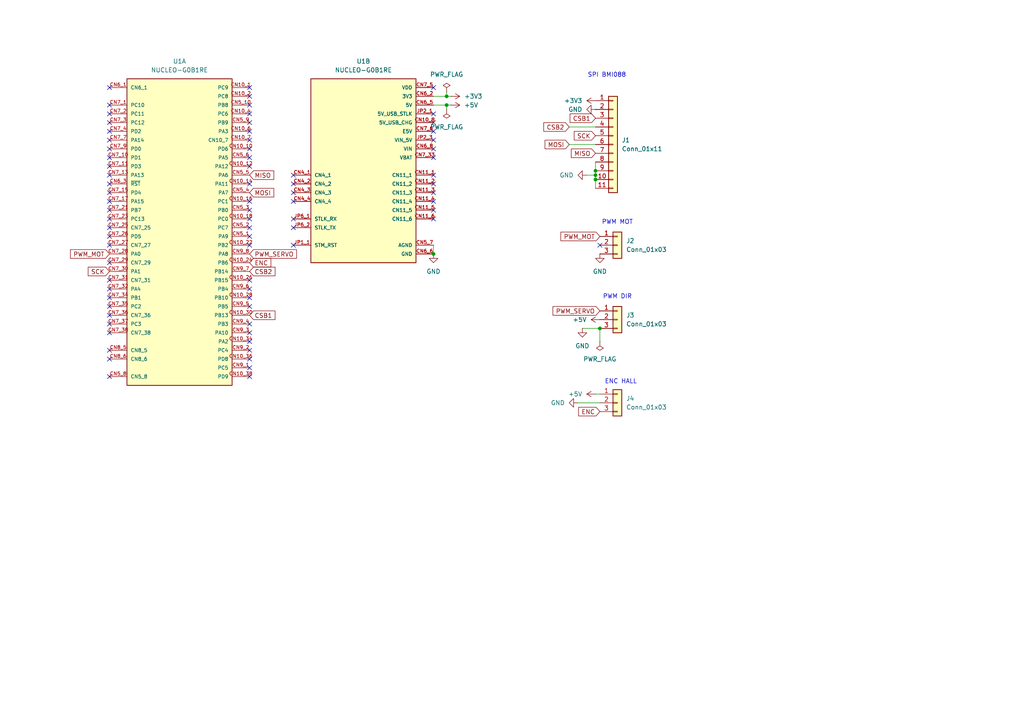
<source format=kicad_sch>
(kicad_sch
	(version 20250114)
	(generator "eeschema")
	(generator_version "9.0")
	(uuid "0fa2d46b-ccb8-46e2-91da-1cbb9bef4b8f")
	(paper "A4")
	(lib_symbols
		(symbol "Connector_Generic:Conn_01x03"
			(pin_names
				(offset 1.016)
				(hide yes)
			)
			(exclude_from_sim no)
			(in_bom yes)
			(on_board yes)
			(property "Reference" "J"
				(at 0 5.08 0)
				(effects
					(font
						(size 1.27 1.27)
					)
				)
			)
			(property "Value" "Conn_01x03"
				(at 0 -5.08 0)
				(effects
					(font
						(size 1.27 1.27)
					)
				)
			)
			(property "Footprint" ""
				(at 0 0 0)
				(effects
					(font
						(size 1.27 1.27)
					)
					(hide yes)
				)
			)
			(property "Datasheet" "~"
				(at 0 0 0)
				(effects
					(font
						(size 1.27 1.27)
					)
					(hide yes)
				)
			)
			(property "Description" "Generic connector, single row, 01x03, script generated (kicad-library-utils/schlib/autogen/connector/)"
				(at 0 0 0)
				(effects
					(font
						(size 1.27 1.27)
					)
					(hide yes)
				)
			)
			(property "ki_keywords" "connector"
				(at 0 0 0)
				(effects
					(font
						(size 1.27 1.27)
					)
					(hide yes)
				)
			)
			(property "ki_fp_filters" "Connector*:*_1x??_*"
				(at 0 0 0)
				(effects
					(font
						(size 1.27 1.27)
					)
					(hide yes)
				)
			)
			(symbol "Conn_01x03_1_1"
				(rectangle
					(start -1.27 3.81)
					(end 1.27 -3.81)
					(stroke
						(width 0.254)
						(type default)
					)
					(fill
						(type background)
					)
				)
				(rectangle
					(start -1.27 2.667)
					(end 0 2.413)
					(stroke
						(width 0.1524)
						(type default)
					)
					(fill
						(type none)
					)
				)
				(rectangle
					(start -1.27 0.127)
					(end 0 -0.127)
					(stroke
						(width 0.1524)
						(type default)
					)
					(fill
						(type none)
					)
				)
				(rectangle
					(start -1.27 -2.413)
					(end 0 -2.667)
					(stroke
						(width 0.1524)
						(type default)
					)
					(fill
						(type none)
					)
				)
				(pin passive line
					(at -5.08 2.54 0)
					(length 3.81)
					(name "Pin_1"
						(effects
							(font
								(size 1.27 1.27)
							)
						)
					)
					(number "1"
						(effects
							(font
								(size 1.27 1.27)
							)
						)
					)
				)
				(pin passive line
					(at -5.08 0 0)
					(length 3.81)
					(name "Pin_2"
						(effects
							(font
								(size 1.27 1.27)
							)
						)
					)
					(number "2"
						(effects
							(font
								(size 1.27 1.27)
							)
						)
					)
				)
				(pin passive line
					(at -5.08 -2.54 0)
					(length 3.81)
					(name "Pin_3"
						(effects
							(font
								(size 1.27 1.27)
							)
						)
					)
					(number "3"
						(effects
							(font
								(size 1.27 1.27)
							)
						)
					)
				)
			)
			(embedded_fonts no)
		)
		(symbol "Connector_Generic:Conn_01x11"
			(pin_names
				(offset 1.016)
				(hide yes)
			)
			(exclude_from_sim no)
			(in_bom yes)
			(on_board yes)
			(property "Reference" "J"
				(at 0 15.24 0)
				(effects
					(font
						(size 1.27 1.27)
					)
				)
			)
			(property "Value" "Conn_01x11"
				(at 0 -15.24 0)
				(effects
					(font
						(size 1.27 1.27)
					)
				)
			)
			(property "Footprint" ""
				(at 0 0 0)
				(effects
					(font
						(size 1.27 1.27)
					)
					(hide yes)
				)
			)
			(property "Datasheet" "~"
				(at 0 0 0)
				(effects
					(font
						(size 1.27 1.27)
					)
					(hide yes)
				)
			)
			(property "Description" "Generic connector, single row, 01x11, script generated (kicad-library-utils/schlib/autogen/connector/)"
				(at 0 0 0)
				(effects
					(font
						(size 1.27 1.27)
					)
					(hide yes)
				)
			)
			(property "ki_keywords" "connector"
				(at 0 0 0)
				(effects
					(font
						(size 1.27 1.27)
					)
					(hide yes)
				)
			)
			(property "ki_fp_filters" "Connector*:*_1x??_*"
				(at 0 0 0)
				(effects
					(font
						(size 1.27 1.27)
					)
					(hide yes)
				)
			)
			(symbol "Conn_01x11_1_1"
				(rectangle
					(start -1.27 13.97)
					(end 1.27 -13.97)
					(stroke
						(width 0.254)
						(type default)
					)
					(fill
						(type background)
					)
				)
				(rectangle
					(start -1.27 12.827)
					(end 0 12.573)
					(stroke
						(width 0.1524)
						(type default)
					)
					(fill
						(type none)
					)
				)
				(rectangle
					(start -1.27 10.287)
					(end 0 10.033)
					(stroke
						(width 0.1524)
						(type default)
					)
					(fill
						(type none)
					)
				)
				(rectangle
					(start -1.27 7.747)
					(end 0 7.493)
					(stroke
						(width 0.1524)
						(type default)
					)
					(fill
						(type none)
					)
				)
				(rectangle
					(start -1.27 5.207)
					(end 0 4.953)
					(stroke
						(width 0.1524)
						(type default)
					)
					(fill
						(type none)
					)
				)
				(rectangle
					(start -1.27 2.667)
					(end 0 2.413)
					(stroke
						(width 0.1524)
						(type default)
					)
					(fill
						(type none)
					)
				)
				(rectangle
					(start -1.27 0.127)
					(end 0 -0.127)
					(stroke
						(width 0.1524)
						(type default)
					)
					(fill
						(type none)
					)
				)
				(rectangle
					(start -1.27 -2.413)
					(end 0 -2.667)
					(stroke
						(width 0.1524)
						(type default)
					)
					(fill
						(type none)
					)
				)
				(rectangle
					(start -1.27 -4.953)
					(end 0 -5.207)
					(stroke
						(width 0.1524)
						(type default)
					)
					(fill
						(type none)
					)
				)
				(rectangle
					(start -1.27 -7.493)
					(end 0 -7.747)
					(stroke
						(width 0.1524)
						(type default)
					)
					(fill
						(type none)
					)
				)
				(rectangle
					(start -1.27 -10.033)
					(end 0 -10.287)
					(stroke
						(width 0.1524)
						(type default)
					)
					(fill
						(type none)
					)
				)
				(rectangle
					(start -1.27 -12.573)
					(end 0 -12.827)
					(stroke
						(width 0.1524)
						(type default)
					)
					(fill
						(type none)
					)
				)
				(pin passive line
					(at -5.08 12.7 0)
					(length 3.81)
					(name "Pin_1"
						(effects
							(font
								(size 1.27 1.27)
							)
						)
					)
					(number "1"
						(effects
							(font
								(size 1.27 1.27)
							)
						)
					)
				)
				(pin passive line
					(at -5.08 10.16 0)
					(length 3.81)
					(name "Pin_2"
						(effects
							(font
								(size 1.27 1.27)
							)
						)
					)
					(number "2"
						(effects
							(font
								(size 1.27 1.27)
							)
						)
					)
				)
				(pin passive line
					(at -5.08 7.62 0)
					(length 3.81)
					(name "Pin_3"
						(effects
							(font
								(size 1.27 1.27)
							)
						)
					)
					(number "3"
						(effects
							(font
								(size 1.27 1.27)
							)
						)
					)
				)
				(pin passive line
					(at -5.08 5.08 0)
					(length 3.81)
					(name "Pin_4"
						(effects
							(font
								(size 1.27 1.27)
							)
						)
					)
					(number "4"
						(effects
							(font
								(size 1.27 1.27)
							)
						)
					)
				)
				(pin passive line
					(at -5.08 2.54 0)
					(length 3.81)
					(name "Pin_5"
						(effects
							(font
								(size 1.27 1.27)
							)
						)
					)
					(number "5"
						(effects
							(font
								(size 1.27 1.27)
							)
						)
					)
				)
				(pin passive line
					(at -5.08 0 0)
					(length 3.81)
					(name "Pin_6"
						(effects
							(font
								(size 1.27 1.27)
							)
						)
					)
					(number "6"
						(effects
							(font
								(size 1.27 1.27)
							)
						)
					)
				)
				(pin passive line
					(at -5.08 -2.54 0)
					(length 3.81)
					(name "Pin_7"
						(effects
							(font
								(size 1.27 1.27)
							)
						)
					)
					(number "7"
						(effects
							(font
								(size 1.27 1.27)
							)
						)
					)
				)
				(pin passive line
					(at -5.08 -5.08 0)
					(length 3.81)
					(name "Pin_8"
						(effects
							(font
								(size 1.27 1.27)
							)
						)
					)
					(number "8"
						(effects
							(font
								(size 1.27 1.27)
							)
						)
					)
				)
				(pin passive line
					(at -5.08 -7.62 0)
					(length 3.81)
					(name "Pin_9"
						(effects
							(font
								(size 1.27 1.27)
							)
						)
					)
					(number "9"
						(effects
							(font
								(size 1.27 1.27)
							)
						)
					)
				)
				(pin passive line
					(at -5.08 -10.16 0)
					(length 3.81)
					(name "Pin_10"
						(effects
							(font
								(size 1.27 1.27)
							)
						)
					)
					(number "10"
						(effects
							(font
								(size 1.27 1.27)
							)
						)
					)
				)
				(pin passive line
					(at -5.08 -12.7 0)
					(length 3.81)
					(name "Pin_11"
						(effects
							(font
								(size 1.27 1.27)
							)
						)
					)
					(number "11"
						(effects
							(font
								(size 1.27 1.27)
							)
						)
					)
				)
			)
			(embedded_fonts no)
		)
		(symbol "NUCLEO-G0B1RE:NUCLEO-G0B1RE"
			(pin_names
				(offset 1.016)
			)
			(exclude_from_sim no)
			(in_bom yes)
			(on_board yes)
			(property "Reference" "U"
				(at -15.24 43.815 0)
				(effects
					(font
						(size 1.27 1.27)
					)
					(justify left bottom)
				)
			)
			(property "Value" "NUCLEO-G0B1RE"
				(at -15.24 -48.26 0)
				(effects
					(font
						(size 1.27 1.27)
					)
					(justify left bottom)
				)
			)
			(property "Footprint" "NUCLEO-G0B1RE:MODULE_NUCLEO-G0B1RE"
				(at 0 0 0)
				(effects
					(font
						(size 1.27 1.27)
					)
					(justify bottom)
					(hide yes)
				)
			)
			(property "Datasheet" ""
				(at 0 0 0)
				(effects
					(font
						(size 1.27 1.27)
					)
					(hide yes)
				)
			)
			(property "Description" ""
				(at 0 0 0)
				(effects
					(font
						(size 1.27 1.27)
					)
					(hide yes)
				)
			)
			(property "MF" "STMicroelectronics"
				(at 0 0 0)
				(effects
					(font
						(size 1.27 1.27)
					)
					(justify bottom)
					(hide yes)
				)
			)
			(property "MAXIMUM_PACKAGE_HEIGHT" "N/A"
				(at 0 0 0)
				(effects
					(font
						(size 1.27 1.27)
					)
					(justify bottom)
					(hide yes)
				)
			)
			(property "Package" "None"
				(at 0 0 0)
				(effects
					(font
						(size 1.27 1.27)
					)
					(justify bottom)
					(hide yes)
				)
			)
			(property "Price" "None"
				(at 0 0 0)
				(effects
					(font
						(size 1.27 1.27)
					)
					(justify bottom)
					(hide yes)
				)
			)
			(property "Check_prices" "https://www.snapeda.com/parts/NUCLEO-G0B1RE/STMicroelectronics/view-part/?ref=eda"
				(at 0 0 0)
				(effects
					(font
						(size 1.27 1.27)
					)
					(justify bottom)
					(hide yes)
				)
			)
			(property "STANDARD" "Manufacturer Recommendations"
				(at 0 0 0)
				(effects
					(font
						(size 1.27 1.27)
					)
					(justify bottom)
					(hide yes)
				)
			)
			(property "PARTREV" "5"
				(at 0 0 0)
				(effects
					(font
						(size 1.27 1.27)
					)
					(justify bottom)
					(hide yes)
				)
			)
			(property "SnapEDA_Link" "https://www.snapeda.com/parts/NUCLEO-G0B1RE/STMicroelectronics/view-part/?ref=snap"
				(at 0 0 0)
				(effects
					(font
						(size 1.27 1.27)
					)
					(justify bottom)
					(hide yes)
				)
			)
			(property "MP" "NUCLEO-G0B1RE"
				(at 0 0 0)
				(effects
					(font
						(size 1.27 1.27)
					)
					(justify bottom)
					(hide yes)
				)
			)
			(property "Description_1" "STM32G0B1RET6 Microcontroller Development Tool 0.032768MHz CPU 512KB Flash Win 7/Win 8/Win 10/Linux 64bit/Mac"
				(at 0 0 0)
				(effects
					(font
						(size 1.27 1.27)
					)
					(justify bottom)
					(hide yes)
				)
			)
			(property "Availability" "In Stock"
				(at 0 0 0)
				(effects
					(font
						(size 1.27 1.27)
					)
					(justify bottom)
					(hide yes)
				)
			)
			(property "MANUFACTURER" "STMicroelectronics"
				(at 0 0 0)
				(effects
					(font
						(size 1.27 1.27)
					)
					(justify bottom)
					(hide yes)
				)
			)
			(symbol "NUCLEO-G0B1RE_1_0"
				(rectangle
					(start -15.24 -45.72)
					(end 15.24 43.18)
					(stroke
						(width 0.254)
						(type default)
					)
					(fill
						(type background)
					)
				)
				(pin passive line
					(at -20.32 40.64 0)
					(length 5.08)
					(name "CN6_1"
						(effects
							(font
								(size 1.016 1.016)
							)
						)
					)
					(number "CN6_1"
						(effects
							(font
								(size 1.016 1.016)
							)
						)
					)
				)
				(pin passive line
					(at -20.32 35.56 0)
					(length 5.08)
					(name "PC10"
						(effects
							(font
								(size 1.016 1.016)
							)
						)
					)
					(number "CN7_1"
						(effects
							(font
								(size 1.016 1.016)
							)
						)
					)
				)
				(pin passive line
					(at -20.32 33.02 0)
					(length 5.08)
					(name "PC11"
						(effects
							(font
								(size 1.016 1.016)
							)
						)
					)
					(number "CN7_2"
						(effects
							(font
								(size 1.016 1.016)
							)
						)
					)
				)
				(pin passive line
					(at -20.32 30.48 0)
					(length 5.08)
					(name "PC12"
						(effects
							(font
								(size 1.016 1.016)
							)
						)
					)
					(number "CN7_3"
						(effects
							(font
								(size 1.016 1.016)
							)
						)
					)
				)
				(pin passive line
					(at -20.32 27.94 0)
					(length 5.08)
					(name "PD2"
						(effects
							(font
								(size 1.016 1.016)
							)
						)
					)
					(number "CN7_4"
						(effects
							(font
								(size 1.016 1.016)
							)
						)
					)
				)
				(pin passive line
					(at -20.32 25.4 0)
					(length 5.08)
					(name "PA14"
						(effects
							(font
								(size 1.016 1.016)
							)
						)
					)
					(number "CN7_7"
						(effects
							(font
								(size 1.016 1.016)
							)
						)
					)
				)
				(pin passive line
					(at -20.32 22.86 0)
					(length 5.08)
					(name "PD0"
						(effects
							(font
								(size 1.016 1.016)
							)
						)
					)
					(number "CN7_9"
						(effects
							(font
								(size 1.016 1.016)
							)
						)
					)
				)
				(pin passive line
					(at -20.32 20.32 0)
					(length 5.08)
					(name "PD1"
						(effects
							(font
								(size 1.016 1.016)
							)
						)
					)
					(number "CN7_10"
						(effects
							(font
								(size 1.016 1.016)
							)
						)
					)
				)
				(pin passive line
					(at -20.32 17.78 0)
					(length 5.08)
					(name "PD3"
						(effects
							(font
								(size 1.016 1.016)
							)
						)
					)
					(number "CN7_11"
						(effects
							(font
								(size 1.016 1.016)
							)
						)
					)
				)
				(pin passive line
					(at -20.32 15.24 0)
					(length 5.08)
					(name "PA13"
						(effects
							(font
								(size 1.016 1.016)
							)
						)
					)
					(number "CN7_13"
						(effects
							(font
								(size 1.016 1.016)
							)
						)
					)
				)
				(pin passive line
					(at -20.32 12.7 0)
					(length 5.08)
					(name "~{RST}"
						(effects
							(font
								(size 1.016 1.016)
							)
						)
					)
					(number "CN6_3"
						(effects
							(font
								(size 1.016 1.016)
							)
						)
					)
				)
				(pin passive line
					(at -20.32 12.7 0)
					(length 5.08)
					(hide yes)
					(name "~{RST}"
						(effects
							(font
								(size 1.016 1.016)
							)
						)
					)
					(number "CN7_14"
						(effects
							(font
								(size 1.016 1.016)
							)
						)
					)
				)
				(pin passive line
					(at -20.32 10.16 0)
					(length 5.08)
					(name "PD4"
						(effects
							(font
								(size 1.016 1.016)
							)
						)
					)
					(number "CN7_15"
						(effects
							(font
								(size 1.016 1.016)
							)
						)
					)
				)
				(pin passive line
					(at -20.32 7.62 0)
					(length 5.08)
					(name "PA15"
						(effects
							(font
								(size 1.016 1.016)
							)
						)
					)
					(number "CN7_17"
						(effects
							(font
								(size 1.016 1.016)
							)
						)
					)
				)
				(pin passive line
					(at -20.32 5.08 0)
					(length 5.08)
					(name "PB7"
						(effects
							(font
								(size 1.016 1.016)
							)
						)
					)
					(number "CN7_21"
						(effects
							(font
								(size 1.016 1.016)
							)
						)
					)
				)
				(pin passive line
					(at -20.32 2.54 0)
					(length 5.08)
					(name "PC13"
						(effects
							(font
								(size 1.016 1.016)
							)
						)
					)
					(number "CN7_23"
						(effects
							(font
								(size 1.016 1.016)
							)
						)
					)
				)
				(pin passive line
					(at -20.32 0 0)
					(length 5.08)
					(name "CN7_25"
						(effects
							(font
								(size 1.016 1.016)
							)
						)
					)
					(number "CN7_25"
						(effects
							(font
								(size 1.016 1.016)
							)
						)
					)
				)
				(pin passive line
					(at -20.32 -2.54 0)
					(length 5.08)
					(name "PD5"
						(effects
							(font
								(size 1.016 1.016)
							)
						)
					)
					(number "CN7_26"
						(effects
							(font
								(size 1.016 1.016)
							)
						)
					)
				)
				(pin passive line
					(at -20.32 -5.08 0)
					(length 5.08)
					(name "CN7_27"
						(effects
							(font
								(size 1.016 1.016)
							)
						)
					)
					(number "CN7_27"
						(effects
							(font
								(size 1.016 1.016)
							)
						)
					)
				)
				(pin passive line
					(at -20.32 -7.62 0)
					(length 5.08)
					(name "PA0"
						(effects
							(font
								(size 1.016 1.016)
							)
						)
					)
					(number "CN7_28"
						(effects
							(font
								(size 1.016 1.016)
							)
						)
					)
				)
				(pin passive line
					(at -20.32 -7.62 0)
					(length 5.08)
					(hide yes)
					(name "PA0"
						(effects
							(font
								(size 1.016 1.016)
							)
						)
					)
					(number "CN8_1"
						(effects
							(font
								(size 1.016 1.016)
							)
						)
					)
				)
				(pin passive line
					(at -20.32 -10.16 0)
					(length 5.08)
					(name "CN7_29"
						(effects
							(font
								(size 1.016 1.016)
							)
						)
					)
					(number "CN7_29"
						(effects
							(font
								(size 1.016 1.016)
							)
						)
					)
				)
				(pin passive line
					(at -20.32 -12.7 0)
					(length 5.08)
					(name "PA1"
						(effects
							(font
								(size 1.016 1.016)
							)
						)
					)
					(number "CN7_30"
						(effects
							(font
								(size 1.016 1.016)
							)
						)
					)
				)
				(pin passive line
					(at -20.32 -12.7 0)
					(length 5.08)
					(hide yes)
					(name "PA1"
						(effects
							(font
								(size 1.016 1.016)
							)
						)
					)
					(number "CN8_2"
						(effects
							(font
								(size 1.016 1.016)
							)
						)
					)
				)
				(pin passive line
					(at -20.32 -15.24 0)
					(length 5.08)
					(name "CN7_31"
						(effects
							(font
								(size 1.016 1.016)
							)
						)
					)
					(number "CN7_31"
						(effects
							(font
								(size 1.016 1.016)
							)
						)
					)
				)
				(pin passive line
					(at -20.32 -17.78 0)
					(length 5.08)
					(name "PA4"
						(effects
							(font
								(size 1.016 1.016)
							)
						)
					)
					(number "CN7_32"
						(effects
							(font
								(size 1.016 1.016)
							)
						)
					)
				)
				(pin passive line
					(at -20.32 -17.78 0)
					(length 5.08)
					(hide yes)
					(name "PA4"
						(effects
							(font
								(size 1.016 1.016)
							)
						)
					)
					(number "CN8_3"
						(effects
							(font
								(size 1.016 1.016)
							)
						)
					)
				)
				(pin passive line
					(at -20.32 -20.32 0)
					(length 5.08)
					(name "PB1"
						(effects
							(font
								(size 1.016 1.016)
							)
						)
					)
					(number "CN7_34"
						(effects
							(font
								(size 1.016 1.016)
							)
						)
					)
				)
				(pin passive line
					(at -20.32 -20.32 0)
					(length 5.08)
					(hide yes)
					(name "PB1"
						(effects
							(font
								(size 1.016 1.016)
							)
						)
					)
					(number "CN8_4"
						(effects
							(font
								(size 1.016 1.016)
							)
						)
					)
				)
				(pin passive line
					(at -20.32 -22.86 0)
					(length 5.08)
					(name "PC2"
						(effects
							(font
								(size 1.016 1.016)
							)
						)
					)
					(number "CN7_35"
						(effects
							(font
								(size 1.016 1.016)
							)
						)
					)
				)
				(pin passive line
					(at -20.32 -25.4 0)
					(length 5.08)
					(name "CN7_36"
						(effects
							(font
								(size 1.016 1.016)
							)
						)
					)
					(number "CN7_36"
						(effects
							(font
								(size 1.016 1.016)
							)
						)
					)
				)
				(pin passive line
					(at -20.32 -27.94 0)
					(length 5.08)
					(name "PC3"
						(effects
							(font
								(size 1.016 1.016)
							)
						)
					)
					(number "CN7_37"
						(effects
							(font
								(size 1.016 1.016)
							)
						)
					)
				)
				(pin passive line
					(at -20.32 -30.48 0)
					(length 5.08)
					(name "CN7_38"
						(effects
							(font
								(size 1.016 1.016)
							)
						)
					)
					(number "CN7_38"
						(effects
							(font
								(size 1.016 1.016)
							)
						)
					)
				)
				(pin passive line
					(at -20.32 -35.56 0)
					(length 5.08)
					(name "CN8_5"
						(effects
							(font
								(size 1.016 1.016)
							)
						)
					)
					(number "CN8_5"
						(effects
							(font
								(size 1.016 1.016)
							)
						)
					)
				)
				(pin passive line
					(at -20.32 -38.1 0)
					(length 5.08)
					(name "CN8_6"
						(effects
							(font
								(size 1.016 1.016)
							)
						)
					)
					(number "CN8_6"
						(effects
							(font
								(size 1.016 1.016)
							)
						)
					)
				)
				(pin passive line
					(at -20.32 -43.18 0)
					(length 5.08)
					(name "CN5_8"
						(effects
							(font
								(size 1.016 1.016)
							)
						)
					)
					(number "CN5_8"
						(effects
							(font
								(size 1.016 1.016)
							)
						)
					)
				)
				(pin passive line
					(at 20.32 40.64 180)
					(length 5.08)
					(name "PC9"
						(effects
							(font
								(size 1.016 1.016)
							)
						)
					)
					(number "CN10_1"
						(effects
							(font
								(size 1.016 1.016)
							)
						)
					)
				)
				(pin passive line
					(at 20.32 38.1 180)
					(length 5.08)
					(name "PC8"
						(effects
							(font
								(size 1.016 1.016)
							)
						)
					)
					(number "CN10_2"
						(effects
							(font
								(size 1.016 1.016)
							)
						)
					)
				)
				(pin passive line
					(at 20.32 35.56 180)
					(length 5.08)
					(hide yes)
					(name "PB8"
						(effects
							(font
								(size 1.016 1.016)
							)
						)
					)
					(number "CN10_3"
						(effects
							(font
								(size 1.016 1.016)
							)
						)
					)
				)
				(pin passive line
					(at 20.32 35.56 180)
					(length 5.08)
					(name "PB8"
						(effects
							(font
								(size 1.016 1.016)
							)
						)
					)
					(number "CN5_10"
						(effects
							(font
								(size 1.016 1.016)
							)
						)
					)
				)
				(pin passive line
					(at 20.32 33.02 180)
					(length 5.08)
					(name "PC6"
						(effects
							(font
								(size 1.016 1.016)
							)
						)
					)
					(number "CN10_4"
						(effects
							(font
								(size 1.016 1.016)
							)
						)
					)
				)
				(pin passive line
					(at 20.32 30.48 180)
					(length 5.08)
					(hide yes)
					(name "PB9"
						(effects
							(font
								(size 1.016 1.016)
							)
						)
					)
					(number "CN10_5"
						(effects
							(font
								(size 1.016 1.016)
							)
						)
					)
				)
				(pin passive line
					(at 20.32 30.48 180)
					(length 5.08)
					(name "PB9"
						(effects
							(font
								(size 1.016 1.016)
							)
						)
					)
					(number "CN5_9"
						(effects
							(font
								(size 1.016 1.016)
							)
						)
					)
				)
				(pin passive line
					(at 20.32 27.94 180)
					(length 5.08)
					(name "PA3"
						(effects
							(font
								(size 1.016 1.016)
							)
						)
					)
					(number "CN10_6"
						(effects
							(font
								(size 1.016 1.016)
							)
						)
					)
				)
				(pin passive line
					(at 20.32 25.4 180)
					(length 5.08)
					(name "CN10_7"
						(effects
							(font
								(size 1.016 1.016)
							)
						)
					)
					(number "CN10_7"
						(effects
							(font
								(size 1.016 1.016)
							)
						)
					)
				)
				(pin passive line
					(at 20.32 22.86 180)
					(length 5.08)
					(name "PD6"
						(effects
							(font
								(size 1.016 1.016)
							)
						)
					)
					(number "CN10_10"
						(effects
							(font
								(size 1.016 1.016)
							)
						)
					)
				)
				(pin passive line
					(at 20.32 20.32 180)
					(length 5.08)
					(hide yes)
					(name "PA5"
						(effects
							(font
								(size 1.016 1.016)
							)
						)
					)
					(number "CN10_11"
						(effects
							(font
								(size 1.016 1.016)
							)
						)
					)
				)
				(pin passive line
					(at 20.32 20.32 180)
					(length 5.08)
					(name "PA5"
						(effects
							(font
								(size 1.016 1.016)
							)
						)
					)
					(number "CN5_6"
						(effects
							(font
								(size 1.016 1.016)
							)
						)
					)
				)
				(pin passive line
					(at 20.32 17.78 180)
					(length 5.08)
					(name "PA12"
						(effects
							(font
								(size 1.016 1.016)
							)
						)
					)
					(number "CN10_12"
						(effects
							(font
								(size 1.016 1.016)
							)
						)
					)
				)
				(pin passive line
					(at 20.32 15.24 180)
					(length 5.08)
					(hide yes)
					(name "PA6"
						(effects
							(font
								(size 1.016 1.016)
							)
						)
					)
					(number "CN10_13"
						(effects
							(font
								(size 1.016 1.016)
							)
						)
					)
				)
				(pin passive line
					(at 20.32 15.24 180)
					(length 5.08)
					(name "PA6"
						(effects
							(font
								(size 1.016 1.016)
							)
						)
					)
					(number "CN5_5"
						(effects
							(font
								(size 1.016 1.016)
							)
						)
					)
				)
				(pin passive line
					(at 20.32 12.7 180)
					(length 5.08)
					(name "PA11"
						(effects
							(font
								(size 1.016 1.016)
							)
						)
					)
					(number "CN10_14"
						(effects
							(font
								(size 1.016 1.016)
							)
						)
					)
				)
				(pin passive line
					(at 20.32 10.16 180)
					(length 5.08)
					(hide yes)
					(name "PA7"
						(effects
							(font
								(size 1.016 1.016)
							)
						)
					)
					(number "CN10_15"
						(effects
							(font
								(size 1.016 1.016)
							)
						)
					)
				)
				(pin passive line
					(at 20.32 10.16 180)
					(length 5.08)
					(name "PA7"
						(effects
							(font
								(size 1.016 1.016)
							)
						)
					)
					(number "CN5_4"
						(effects
							(font
								(size 1.016 1.016)
							)
						)
					)
				)
				(pin passive line
					(at 20.32 7.62 180)
					(length 5.08)
					(name "PC1"
						(effects
							(font
								(size 1.016 1.016)
							)
						)
					)
					(number "CN10_16"
						(effects
							(font
								(size 1.016 1.016)
							)
						)
					)
				)
				(pin passive line
					(at 20.32 5.08 180)
					(length 5.08)
					(hide yes)
					(name "PB0"
						(effects
							(font
								(size 1.016 1.016)
							)
						)
					)
					(number "CN10_17"
						(effects
							(font
								(size 1.016 1.016)
							)
						)
					)
				)
				(pin passive line
					(at 20.32 5.08 180)
					(length 5.08)
					(name "PB0"
						(effects
							(font
								(size 1.016 1.016)
							)
						)
					)
					(number "CN5_3"
						(effects
							(font
								(size 1.016 1.016)
							)
						)
					)
				)
				(pin passive line
					(at 20.32 2.54 180)
					(length 5.08)
					(name "PC0"
						(effects
							(font
								(size 1.016 1.016)
							)
						)
					)
					(number "CN10_18"
						(effects
							(font
								(size 1.016 1.016)
							)
						)
					)
				)
				(pin passive line
					(at 20.32 0 180)
					(length 5.08)
					(hide yes)
					(name "PC7"
						(effects
							(font
								(size 1.016 1.016)
							)
						)
					)
					(number "CN10_19"
						(effects
							(font
								(size 1.016 1.016)
							)
						)
					)
				)
				(pin passive line
					(at 20.32 0 180)
					(length 5.08)
					(name "PC7"
						(effects
							(font
								(size 1.016 1.016)
							)
						)
					)
					(number "CN5_2"
						(effects
							(font
								(size 1.016 1.016)
							)
						)
					)
				)
				(pin passive line
					(at 20.32 -2.54 180)
					(length 5.08)
					(hide yes)
					(name "PA9"
						(effects
							(font
								(size 1.016 1.016)
							)
						)
					)
					(number "CN10_21"
						(effects
							(font
								(size 1.016 1.016)
							)
						)
					)
				)
				(pin passive line
					(at 20.32 -2.54 180)
					(length 5.08)
					(name "PA9"
						(effects
							(font
								(size 1.016 1.016)
							)
						)
					)
					(number "CN5_1"
						(effects
							(font
								(size 1.016 1.016)
							)
						)
					)
				)
				(pin passive line
					(at 20.32 -5.08 180)
					(length 5.08)
					(name "PB2"
						(effects
							(font
								(size 1.016 1.016)
							)
						)
					)
					(number "CN10_22"
						(effects
							(font
								(size 1.016 1.016)
							)
						)
					)
				)
				(pin passive line
					(at 20.32 -7.62 180)
					(length 5.08)
					(hide yes)
					(name "PA8"
						(effects
							(font
								(size 1.016 1.016)
							)
						)
					)
					(number "CN10_23"
						(effects
							(font
								(size 1.016 1.016)
							)
						)
					)
				)
				(pin passive line
					(at 20.32 -7.62 180)
					(length 5.08)
					(name "PA8"
						(effects
							(font
								(size 1.016 1.016)
							)
						)
					)
					(number "CN9_8"
						(effects
							(font
								(size 1.016 1.016)
							)
						)
					)
				)
				(pin passive line
					(at 20.32 -10.16 180)
					(length 5.08)
					(name "PB6"
						(effects
							(font
								(size 1.016 1.016)
							)
						)
					)
					(number "CN10_24"
						(effects
							(font
								(size 1.016 1.016)
							)
						)
					)
				)
				(pin passive line
					(at 20.32 -12.7 180)
					(length 5.08)
					(hide yes)
					(name "PB14"
						(effects
							(font
								(size 1.016 1.016)
							)
						)
					)
					(number "CN10_25"
						(effects
							(font
								(size 1.016 1.016)
							)
						)
					)
				)
				(pin passive line
					(at 20.32 -12.7 180)
					(length 5.08)
					(name "PB14"
						(effects
							(font
								(size 1.016 1.016)
							)
						)
					)
					(number "CN9_7"
						(effects
							(font
								(size 1.016 1.016)
							)
						)
					)
				)
				(pin passive line
					(at 20.32 -15.24 180)
					(length 5.08)
					(name "PB15"
						(effects
							(font
								(size 1.016 1.016)
							)
						)
					)
					(number "CN10_26"
						(effects
							(font
								(size 1.016 1.016)
							)
						)
					)
				)
				(pin passive line
					(at 20.32 -17.78 180)
					(length 5.08)
					(hide yes)
					(name "PB4"
						(effects
							(font
								(size 1.016 1.016)
							)
						)
					)
					(number "CN10_27"
						(effects
							(font
								(size 1.016 1.016)
							)
						)
					)
				)
				(pin passive line
					(at 20.32 -17.78 180)
					(length 5.08)
					(name "PB4"
						(effects
							(font
								(size 1.016 1.016)
							)
						)
					)
					(number "CN9_6"
						(effects
							(font
								(size 1.016 1.016)
							)
						)
					)
				)
				(pin passive line
					(at 20.32 -20.32 180)
					(length 5.08)
					(name "PB10"
						(effects
							(font
								(size 1.016 1.016)
							)
						)
					)
					(number "CN10_28"
						(effects
							(font
								(size 1.016 1.016)
							)
						)
					)
				)
				(pin passive line
					(at 20.32 -22.86 180)
					(length 5.08)
					(hide yes)
					(name "PB5"
						(effects
							(font
								(size 1.016 1.016)
							)
						)
					)
					(number "CN10_29"
						(effects
							(font
								(size 1.016 1.016)
							)
						)
					)
				)
				(pin passive line
					(at 20.32 -22.86 180)
					(length 5.08)
					(name "PB5"
						(effects
							(font
								(size 1.016 1.016)
							)
						)
					)
					(number "CN9_5"
						(effects
							(font
								(size 1.016 1.016)
							)
						)
					)
				)
				(pin passive line
					(at 20.32 -25.4 180)
					(length 5.08)
					(name "PB13"
						(effects
							(font
								(size 1.016 1.016)
							)
						)
					)
					(number "CN10_30"
						(effects
							(font
								(size 1.016 1.016)
							)
						)
					)
				)
				(pin passive line
					(at 20.32 -27.94 180)
					(length 5.08)
					(hide yes)
					(name "PB3"
						(effects
							(font
								(size 1.016 1.016)
							)
						)
					)
					(number "CN10_31"
						(effects
							(font
								(size 1.016 1.016)
							)
						)
					)
				)
				(pin passive line
					(at 20.32 -27.94 180)
					(length 5.08)
					(name "PB3"
						(effects
							(font
								(size 1.016 1.016)
							)
						)
					)
					(number "CN9_4"
						(effects
							(font
								(size 1.016 1.016)
							)
						)
					)
				)
				(pin passive line
					(at 20.32 -30.48 180)
					(length 5.08)
					(hide yes)
					(name "PA10"
						(effects
							(font
								(size 1.016 1.016)
							)
						)
					)
					(number "CN10_33"
						(effects
							(font
								(size 1.016 1.016)
							)
						)
					)
				)
				(pin passive line
					(at 20.32 -30.48 180)
					(length 5.08)
					(name "PA10"
						(effects
							(font
								(size 1.016 1.016)
							)
						)
					)
					(number "CN9_3"
						(effects
							(font
								(size 1.016 1.016)
							)
						)
					)
				)
				(pin passive line
					(at 20.32 -33.02 180)
					(length 5.08)
					(name "PA2"
						(effects
							(font
								(size 1.016 1.016)
							)
						)
					)
					(number "CN10_34"
						(effects
							(font
								(size 1.016 1.016)
							)
						)
					)
				)
				(pin passive line
					(at 20.32 -35.56 180)
					(length 5.08)
					(hide yes)
					(name "PC4"
						(effects
							(font
								(size 1.016 1.016)
							)
						)
					)
					(number "CN10_35"
						(effects
							(font
								(size 1.016 1.016)
							)
						)
					)
				)
				(pin passive line
					(at 20.32 -35.56 180)
					(length 5.08)
					(name "PC4"
						(effects
							(font
								(size 1.016 1.016)
							)
						)
					)
					(number "CN9_2"
						(effects
							(font
								(size 1.016 1.016)
							)
						)
					)
				)
				(pin passive line
					(at 20.32 -38.1 180)
					(length 5.08)
					(name "PD8"
						(effects
							(font
								(size 1.016 1.016)
							)
						)
					)
					(number "CN10_36"
						(effects
							(font
								(size 1.016 1.016)
							)
						)
					)
				)
				(pin passive line
					(at 20.32 -40.64 180)
					(length 5.08)
					(hide yes)
					(name "PC5"
						(effects
							(font
								(size 1.016 1.016)
							)
						)
					)
					(number "CN10_37"
						(effects
							(font
								(size 1.016 1.016)
							)
						)
					)
				)
				(pin passive line
					(at 20.32 -40.64 180)
					(length 5.08)
					(name "PC5"
						(effects
							(font
								(size 1.016 1.016)
							)
						)
					)
					(number "CN9_1"
						(effects
							(font
								(size 1.016 1.016)
							)
						)
					)
				)
				(pin passive line
					(at 20.32 -43.18 180)
					(length 5.08)
					(name "PD9"
						(effects
							(font
								(size 1.016 1.016)
							)
						)
					)
					(number "CN10_38"
						(effects
							(font
								(size 1.016 1.016)
							)
						)
					)
				)
			)
			(symbol "NUCLEO-G0B1RE_2_0"
				(rectangle
					(start -15.24 -27.94)
					(end 15.24 25.4)
					(stroke
						(width 0.254)
						(type default)
					)
					(fill
						(type background)
					)
				)
				(pin passive line
					(at -20.32 -2.54 0)
					(length 5.08)
					(name "CN4_1"
						(effects
							(font
								(size 1.016 1.016)
							)
						)
					)
					(number "CN4_1"
						(effects
							(font
								(size 1.016 1.016)
							)
						)
					)
				)
				(pin passive line
					(at -20.32 -5.08 0)
					(length 5.08)
					(name "CN4_2"
						(effects
							(font
								(size 1.016 1.016)
							)
						)
					)
					(number "CN4_2"
						(effects
							(font
								(size 1.016 1.016)
							)
						)
					)
				)
				(pin passive line
					(at -20.32 -7.62 0)
					(length 5.08)
					(name "CN4_3"
						(effects
							(font
								(size 1.016 1.016)
							)
						)
					)
					(number "CN4_3"
						(effects
							(font
								(size 1.016 1.016)
							)
						)
					)
				)
				(pin passive line
					(at -20.32 -10.16 0)
					(length 5.08)
					(name "CN4_4"
						(effects
							(font
								(size 1.016 1.016)
							)
						)
					)
					(number "CN4_4"
						(effects
							(font
								(size 1.016 1.016)
							)
						)
					)
				)
				(pin passive line
					(at -20.32 -15.24 0)
					(length 5.08)
					(name "STLK_RX"
						(effects
							(font
								(size 1.016 1.016)
							)
						)
					)
					(number "JP6_1"
						(effects
							(font
								(size 1.016 1.016)
							)
						)
					)
				)
				(pin passive line
					(at -20.32 -17.78 0)
					(length 5.08)
					(name "STLK_TX"
						(effects
							(font
								(size 1.016 1.016)
							)
						)
					)
					(number "JP6_2"
						(effects
							(font
								(size 1.016 1.016)
							)
						)
					)
				)
				(pin passive line
					(at -20.32 -22.86 0)
					(length 5.08)
					(name "STM_RST"
						(effects
							(font
								(size 1.016 1.016)
							)
						)
					)
					(number "JP1_1"
						(effects
							(font
								(size 1.016 1.016)
							)
						)
					)
				)
				(pin power_in line
					(at 20.32 22.86 180)
					(length 5.08)
					(name "VDD"
						(effects
							(font
								(size 1.016 1.016)
							)
						)
					)
					(number "CN7_5"
						(effects
							(font
								(size 1.016 1.016)
							)
						)
					)
				)
				(pin power_in line
					(at 20.32 22.86 180)
					(length 5.08)
					(hide yes)
					(name "VDD"
						(effects
							(font
								(size 1.016 1.016)
							)
						)
					)
					(number "JP3_1"
						(effects
							(font
								(size 1.016 1.016)
							)
						)
					)
				)
				(pin power_in line
					(at 20.32 20.32 180)
					(length 5.08)
					(name "3V3"
						(effects
							(font
								(size 1.016 1.016)
							)
						)
					)
					(number "CN6_2"
						(effects
							(font
								(size 1.016 1.016)
							)
						)
					)
				)
				(pin power_in line
					(at 20.32 20.32 180)
					(length 5.08)
					(hide yes)
					(name "3V3"
						(effects
							(font
								(size 1.016 1.016)
							)
						)
					)
					(number "CN6_4"
						(effects
							(font
								(size 1.016 1.016)
							)
						)
					)
				)
				(pin power_in line
					(at 20.32 20.32 180)
					(length 5.08)
					(hide yes)
					(name "3V3"
						(effects
							(font
								(size 1.016 1.016)
							)
						)
					)
					(number "CN7_12"
						(effects
							(font
								(size 1.016 1.016)
							)
						)
					)
				)
				(pin power_in line
					(at 20.32 20.32 180)
					(length 5.08)
					(hide yes)
					(name "3V3"
						(effects
							(font
								(size 1.016 1.016)
							)
						)
					)
					(number "CN7_16"
						(effects
							(font
								(size 1.016 1.016)
							)
						)
					)
				)
				(pin power_in line
					(at 20.32 20.32 180)
					(length 5.08)
					(hide yes)
					(name "3V3"
						(effects
							(font
								(size 1.016 1.016)
							)
						)
					)
					(number "JP3_2"
						(effects
							(font
								(size 1.016 1.016)
							)
						)
					)
				)
				(pin power_in line
					(at 20.32 17.78 180)
					(length 5.08)
					(name "5V"
						(effects
							(font
								(size 1.016 1.016)
							)
						)
					)
					(number "CN6_5"
						(effects
							(font
								(size 1.016 1.016)
							)
						)
					)
				)
				(pin power_in line
					(at 20.32 17.78 180)
					(length 5.08)
					(hide yes)
					(name "5V"
						(effects
							(font
								(size 1.016 1.016)
							)
						)
					)
					(number "CN7_18"
						(effects
							(font
								(size 1.016 1.016)
							)
						)
					)
				)
				(pin power_in line
					(at 20.32 17.78 180)
					(length 5.08)
					(hide yes)
					(name "5V"
						(effects
							(font
								(size 1.016 1.016)
							)
						)
					)
					(number "JP2_2"
						(effects
							(font
								(size 1.016 1.016)
							)
						)
					)
				)
				(pin power_in line
					(at 20.32 17.78 180)
					(length 5.08)
					(hide yes)
					(name "5V"
						(effects
							(font
								(size 1.016 1.016)
							)
						)
					)
					(number "JP2_4"
						(effects
							(font
								(size 1.016 1.016)
							)
						)
					)
				)
				(pin power_in line
					(at 20.32 17.78 180)
					(length 5.08)
					(hide yes)
					(name "5V"
						(effects
							(font
								(size 1.016 1.016)
							)
						)
					)
					(number "JP2_6"
						(effects
							(font
								(size 1.016 1.016)
							)
						)
					)
				)
				(pin power_in line
					(at 20.32 17.78 180)
					(length 5.08)
					(hide yes)
					(name "5V"
						(effects
							(font
								(size 1.016 1.016)
							)
						)
					)
					(number "JP2_8"
						(effects
							(font
								(size 1.016 1.016)
							)
						)
					)
				)
				(pin power_in line
					(at 20.32 15.24 180)
					(length 5.08)
					(name "5V_USB_STLK"
						(effects
							(font
								(size 1.016 1.016)
							)
						)
					)
					(number "JP2_1"
						(effects
							(font
								(size 1.016 1.016)
							)
						)
					)
				)
				(pin power_in line
					(at 20.32 12.7 180)
					(length 5.08)
					(name "5V_USB_CHG"
						(effects
							(font
								(size 1.016 1.016)
							)
						)
					)
					(number "CN10_8"
						(effects
							(font
								(size 1.016 1.016)
							)
						)
					)
				)
				(pin power_in line
					(at 20.32 12.7 180)
					(length 5.08)
					(hide yes)
					(name "5V_USB_CHG"
						(effects
							(font
								(size 1.016 1.016)
							)
						)
					)
					(number "JP2_7"
						(effects
							(font
								(size 1.016 1.016)
							)
						)
					)
				)
				(pin power_in line
					(at 20.32 10.16 180)
					(length 5.08)
					(name "E5V"
						(effects
							(font
								(size 1.016 1.016)
							)
						)
					)
					(number "CN7_6"
						(effects
							(font
								(size 1.016 1.016)
							)
						)
					)
				)
				(pin power_in line
					(at 20.32 10.16 180)
					(length 5.08)
					(hide yes)
					(name "E5V"
						(effects
							(font
								(size 1.016 1.016)
							)
						)
					)
					(number "JP2_5"
						(effects
							(font
								(size 1.016 1.016)
							)
						)
					)
				)
				(pin power_in line
					(at 20.32 7.62 180)
					(length 5.08)
					(name "VIN_5V"
						(effects
							(font
								(size 1.016 1.016)
							)
						)
					)
					(number "JP2_3"
						(effects
							(font
								(size 1.016 1.016)
							)
						)
					)
				)
				(pin power_in line
					(at 20.32 5.08 180)
					(length 5.08)
					(name "VIN"
						(effects
							(font
								(size 1.016 1.016)
							)
						)
					)
					(number "CN6_8"
						(effects
							(font
								(size 1.016 1.016)
							)
						)
					)
				)
				(pin power_in line
					(at 20.32 5.08 180)
					(length 5.08)
					(hide yes)
					(name "VIN"
						(effects
							(font
								(size 1.016 1.016)
							)
						)
					)
					(number "CN7_24"
						(effects
							(font
								(size 1.016 1.016)
							)
						)
					)
				)
				(pin power_in line
					(at 20.32 2.54 180)
					(length 5.08)
					(name "VBAT"
						(effects
							(font
								(size 1.016 1.016)
							)
						)
					)
					(number "CN7_33"
						(effects
							(font
								(size 1.016 1.016)
							)
						)
					)
				)
				(pin passive line
					(at 20.32 -2.54 180)
					(length 5.08)
					(name "CN11_1"
						(effects
							(font
								(size 1.016 1.016)
							)
						)
					)
					(number "CN11_1"
						(effects
							(font
								(size 1.016 1.016)
							)
						)
					)
				)
				(pin passive line
					(at 20.32 -5.08 180)
					(length 5.08)
					(name "CN11_2"
						(effects
							(font
								(size 1.016 1.016)
							)
						)
					)
					(number "CN11_2"
						(effects
							(font
								(size 1.016 1.016)
							)
						)
					)
				)
				(pin passive line
					(at 20.32 -7.62 180)
					(length 5.08)
					(name "CN11_3"
						(effects
							(font
								(size 1.016 1.016)
							)
						)
					)
					(number "CN11_3"
						(effects
							(font
								(size 1.016 1.016)
							)
						)
					)
				)
				(pin passive line
					(at 20.32 -10.16 180)
					(length 5.08)
					(name "CN11_4"
						(effects
							(font
								(size 1.016 1.016)
							)
						)
					)
					(number "CN11_4"
						(effects
							(font
								(size 1.016 1.016)
							)
						)
					)
				)
				(pin passive line
					(at 20.32 -12.7 180)
					(length 5.08)
					(name "CN11_5"
						(effects
							(font
								(size 1.016 1.016)
							)
						)
					)
					(number "CN11_5"
						(effects
							(font
								(size 1.016 1.016)
							)
						)
					)
				)
				(pin passive line
					(at 20.32 -15.24 180)
					(length 5.08)
					(name "CN11_6"
						(effects
							(font
								(size 1.016 1.016)
							)
						)
					)
					(number "CN11_6"
						(effects
							(font
								(size 1.016 1.016)
							)
						)
					)
				)
				(pin power_in line
					(at 20.32 -22.86 180)
					(length 5.08)
					(hide yes)
					(name "AGND"
						(effects
							(font
								(size 1.016 1.016)
							)
						)
					)
					(number "CN10_32"
						(effects
							(font
								(size 1.016 1.016)
							)
						)
					)
				)
				(pin power_in line
					(at 20.32 -22.86 180)
					(length 5.08)
					(hide yes)
					(name "AGND"
						(effects
							(font
								(size 1.016 1.016)
							)
						)
					)
					(number "CN10_9"
						(effects
							(font
								(size 1.016 1.016)
							)
						)
					)
				)
				(pin power_in line
					(at 20.32 -22.86 180)
					(length 5.08)
					(name "AGND"
						(effects
							(font
								(size 1.016 1.016)
							)
						)
					)
					(number "CN5_7"
						(effects
							(font
								(size 1.016 1.016)
							)
						)
					)
				)
				(pin power_in line
					(at 20.32 -25.4 180)
					(length 5.08)
					(hide yes)
					(name "GND"
						(effects
							(font
								(size 1.016 1.016)
							)
						)
					)
					(number "CN10_20"
						(effects
							(font
								(size 1.016 1.016)
							)
						)
					)
				)
				(pin power_in line
					(at 20.32 -25.4 180)
					(length 5.08)
					(name "GND"
						(effects
							(font
								(size 1.016 1.016)
							)
						)
					)
					(number "CN6_6"
						(effects
							(font
								(size 1.016 1.016)
							)
						)
					)
				)
				(pin power_in line
					(at 20.32 -25.4 180)
					(length 5.08)
					(hide yes)
					(name "GND"
						(effects
							(font
								(size 1.016 1.016)
							)
						)
					)
					(number "CN6_7"
						(effects
							(font
								(size 1.016 1.016)
							)
						)
					)
				)
				(pin power_in line
					(at 20.32 -25.4 180)
					(length 5.08)
					(hide yes)
					(name "GND"
						(effects
							(font
								(size 1.016 1.016)
							)
						)
					)
					(number "CN7_19"
						(effects
							(font
								(size 1.016 1.016)
							)
						)
					)
				)
				(pin power_in line
					(at 20.32 -25.4 180)
					(length 5.08)
					(hide yes)
					(name "GND"
						(effects
							(font
								(size 1.016 1.016)
							)
						)
					)
					(number "CN7_20"
						(effects
							(font
								(size 1.016 1.016)
							)
						)
					)
				)
				(pin power_in line
					(at 20.32 -25.4 180)
					(length 5.08)
					(hide yes)
					(name "GND"
						(effects
							(font
								(size 1.016 1.016)
							)
						)
					)
					(number "CN7_22"
						(effects
							(font
								(size 1.016 1.016)
							)
						)
					)
				)
				(pin power_in line
					(at 20.32 -25.4 180)
					(length 5.08)
					(hide yes)
					(name "GND"
						(effects
							(font
								(size 1.016 1.016)
							)
						)
					)
					(number "CN7_8"
						(effects
							(font
								(size 1.016 1.016)
							)
						)
					)
				)
				(pin power_in line
					(at 20.32 -25.4 180)
					(length 5.08)
					(hide yes)
					(name "GND"
						(effects
							(font
								(size 1.016 1.016)
							)
						)
					)
					(number "JP1_2"
						(effects
							(font
								(size 1.016 1.016)
							)
						)
					)
				)
				(pin power_in line
					(at 20.32 -25.4 180)
					(length 5.08)
					(hide yes)
					(name "GND"
						(effects
							(font
								(size 1.016 1.016)
							)
						)
					)
					(number "JP4_1"
						(effects
							(font
								(size 1.016 1.016)
							)
						)
					)
				)
				(pin power_in line
					(at 20.32 -25.4 180)
					(length 5.08)
					(hide yes)
					(name "GND"
						(effects
							(font
								(size 1.016 1.016)
							)
						)
					)
					(number "JP4_2"
						(effects
							(font
								(size 1.016 1.016)
							)
						)
					)
				)
				(pin power_in line
					(at 20.32 -25.4 180)
					(length 5.08)
					(hide yes)
					(name "GND"
						(effects
							(font
								(size 1.016 1.016)
							)
						)
					)
					(number "JP5_1"
						(effects
							(font
								(size 1.016 1.016)
							)
						)
					)
				)
				(pin power_in line
					(at 20.32 -25.4 180)
					(length 5.08)
					(hide yes)
					(name "GND"
						(effects
							(font
								(size 1.016 1.016)
							)
						)
					)
					(number "JP5_2"
						(effects
							(font
								(size 1.016 1.016)
							)
						)
					)
				)
			)
			(embedded_fonts no)
		)
		(symbol "power:+3V3"
			(power)
			(pin_numbers
				(hide yes)
			)
			(pin_names
				(offset 0)
				(hide yes)
			)
			(exclude_from_sim no)
			(in_bom yes)
			(on_board yes)
			(property "Reference" "#PWR"
				(at 0 -3.81 0)
				(effects
					(font
						(size 1.27 1.27)
					)
					(hide yes)
				)
			)
			(property "Value" "+3V3"
				(at 0 3.556 0)
				(effects
					(font
						(size 1.27 1.27)
					)
				)
			)
			(property "Footprint" ""
				(at 0 0 0)
				(effects
					(font
						(size 1.27 1.27)
					)
					(hide yes)
				)
			)
			(property "Datasheet" ""
				(at 0 0 0)
				(effects
					(font
						(size 1.27 1.27)
					)
					(hide yes)
				)
			)
			(property "Description" "Power symbol creates a global label with name \"+3V3\""
				(at 0 0 0)
				(effects
					(font
						(size 1.27 1.27)
					)
					(hide yes)
				)
			)
			(property "ki_keywords" "global power"
				(at 0 0 0)
				(effects
					(font
						(size 1.27 1.27)
					)
					(hide yes)
				)
			)
			(symbol "+3V3_0_1"
				(polyline
					(pts
						(xy -0.762 1.27) (xy 0 2.54)
					)
					(stroke
						(width 0)
						(type default)
					)
					(fill
						(type none)
					)
				)
				(polyline
					(pts
						(xy 0 2.54) (xy 0.762 1.27)
					)
					(stroke
						(width 0)
						(type default)
					)
					(fill
						(type none)
					)
				)
				(polyline
					(pts
						(xy 0 0) (xy 0 2.54)
					)
					(stroke
						(width 0)
						(type default)
					)
					(fill
						(type none)
					)
				)
			)
			(symbol "+3V3_1_1"
				(pin power_in line
					(at 0 0 90)
					(length 0)
					(name "~"
						(effects
							(font
								(size 1.27 1.27)
							)
						)
					)
					(number "1"
						(effects
							(font
								(size 1.27 1.27)
							)
						)
					)
				)
			)
			(embedded_fonts no)
		)
		(symbol "power:+5V"
			(power)
			(pin_numbers
				(hide yes)
			)
			(pin_names
				(offset 0)
				(hide yes)
			)
			(exclude_from_sim no)
			(in_bom yes)
			(on_board yes)
			(property "Reference" "#PWR"
				(at 0 -3.81 0)
				(effects
					(font
						(size 1.27 1.27)
					)
					(hide yes)
				)
			)
			(property "Value" "+5V"
				(at 0 3.556 0)
				(effects
					(font
						(size 1.27 1.27)
					)
				)
			)
			(property "Footprint" ""
				(at 0 0 0)
				(effects
					(font
						(size 1.27 1.27)
					)
					(hide yes)
				)
			)
			(property "Datasheet" ""
				(at 0 0 0)
				(effects
					(font
						(size 1.27 1.27)
					)
					(hide yes)
				)
			)
			(property "Description" "Power symbol creates a global label with name \"+5V\""
				(at 0 0 0)
				(effects
					(font
						(size 1.27 1.27)
					)
					(hide yes)
				)
			)
			(property "ki_keywords" "global power"
				(at 0 0 0)
				(effects
					(font
						(size 1.27 1.27)
					)
					(hide yes)
				)
			)
			(symbol "+5V_0_1"
				(polyline
					(pts
						(xy -0.762 1.27) (xy 0 2.54)
					)
					(stroke
						(width 0)
						(type default)
					)
					(fill
						(type none)
					)
				)
				(polyline
					(pts
						(xy 0 2.54) (xy 0.762 1.27)
					)
					(stroke
						(width 0)
						(type default)
					)
					(fill
						(type none)
					)
				)
				(polyline
					(pts
						(xy 0 0) (xy 0 2.54)
					)
					(stroke
						(width 0)
						(type default)
					)
					(fill
						(type none)
					)
				)
			)
			(symbol "+5V_1_1"
				(pin power_in line
					(at 0 0 90)
					(length 0)
					(name "~"
						(effects
							(font
								(size 1.27 1.27)
							)
						)
					)
					(number "1"
						(effects
							(font
								(size 1.27 1.27)
							)
						)
					)
				)
			)
			(embedded_fonts no)
		)
		(symbol "power:GND"
			(power)
			(pin_numbers
				(hide yes)
			)
			(pin_names
				(offset 0)
				(hide yes)
			)
			(exclude_from_sim no)
			(in_bom yes)
			(on_board yes)
			(property "Reference" "#PWR"
				(at 0 -6.35 0)
				(effects
					(font
						(size 1.27 1.27)
					)
					(hide yes)
				)
			)
			(property "Value" "GND"
				(at 0 -3.81 0)
				(effects
					(font
						(size 1.27 1.27)
					)
				)
			)
			(property "Footprint" ""
				(at 0 0 0)
				(effects
					(font
						(size 1.27 1.27)
					)
					(hide yes)
				)
			)
			(property "Datasheet" ""
				(at 0 0 0)
				(effects
					(font
						(size 1.27 1.27)
					)
					(hide yes)
				)
			)
			(property "Description" "Power symbol creates a global label with name \"GND\" , ground"
				(at 0 0 0)
				(effects
					(font
						(size 1.27 1.27)
					)
					(hide yes)
				)
			)
			(property "ki_keywords" "global power"
				(at 0 0 0)
				(effects
					(font
						(size 1.27 1.27)
					)
					(hide yes)
				)
			)
			(symbol "GND_0_1"
				(polyline
					(pts
						(xy 0 0) (xy 0 -1.27) (xy 1.27 -1.27) (xy 0 -2.54) (xy -1.27 -1.27) (xy 0 -1.27)
					)
					(stroke
						(width 0)
						(type default)
					)
					(fill
						(type none)
					)
				)
			)
			(symbol "GND_1_1"
				(pin power_in line
					(at 0 0 270)
					(length 0)
					(name "~"
						(effects
							(font
								(size 1.27 1.27)
							)
						)
					)
					(number "1"
						(effects
							(font
								(size 1.27 1.27)
							)
						)
					)
				)
			)
			(embedded_fonts no)
		)
		(symbol "power:PWR_FLAG"
			(power)
			(pin_numbers
				(hide yes)
			)
			(pin_names
				(offset 0)
				(hide yes)
			)
			(exclude_from_sim no)
			(in_bom yes)
			(on_board yes)
			(property "Reference" "#FLG"
				(at 0 1.905 0)
				(effects
					(font
						(size 1.27 1.27)
					)
					(hide yes)
				)
			)
			(property "Value" "PWR_FLAG"
				(at 0 3.81 0)
				(effects
					(font
						(size 1.27 1.27)
					)
				)
			)
			(property "Footprint" ""
				(at 0 0 0)
				(effects
					(font
						(size 1.27 1.27)
					)
					(hide yes)
				)
			)
			(property "Datasheet" "~"
				(at 0 0 0)
				(effects
					(font
						(size 1.27 1.27)
					)
					(hide yes)
				)
			)
			(property "Description" "Special symbol for telling ERC where power comes from"
				(at 0 0 0)
				(effects
					(font
						(size 1.27 1.27)
					)
					(hide yes)
				)
			)
			(property "ki_keywords" "flag power"
				(at 0 0 0)
				(effects
					(font
						(size 1.27 1.27)
					)
					(hide yes)
				)
			)
			(symbol "PWR_FLAG_0_0"
				(pin power_out line
					(at 0 0 90)
					(length 0)
					(name "~"
						(effects
							(font
								(size 1.27 1.27)
							)
						)
					)
					(number "1"
						(effects
							(font
								(size 1.27 1.27)
							)
						)
					)
				)
			)
			(symbol "PWR_FLAG_0_1"
				(polyline
					(pts
						(xy 0 0) (xy 0 1.27) (xy -1.016 1.905) (xy 0 2.54) (xy 1.016 1.905) (xy 0 1.27)
					)
					(stroke
						(width 0)
						(type default)
					)
					(fill
						(type none)
					)
				)
			)
			(embedded_fonts no)
		)
	)
	(text "PWM MOT"
		(exclude_from_sim no)
		(at 179.07 64.516 0)
		(effects
			(font
				(size 1.27 1.27)
			)
		)
		(uuid "1bb2d136-70c1-42b9-8493-0fa04fc76e55")
	)
	(text "PWM DIR"
		(exclude_from_sim no)
		(at 179.07 86.106 0)
		(effects
			(font
				(size 1.27 1.27)
			)
		)
		(uuid "50e9a723-8b87-43a4-9023-4bae9f98029e")
	)
	(text "SPI BMI088"
		(exclude_from_sim no)
		(at 176.022 21.844 0)
		(effects
			(font
				(size 1.27 1.27)
			)
		)
		(uuid "b6e30ca4-7453-459b-b8cf-72e81be24a8f")
	)
	(text "ENC HALL"
		(exclude_from_sim no)
		(at 180.086 110.744 0)
		(effects
			(font
				(size 1.27 1.27)
			)
		)
		(uuid "d9b8da59-bc28-4d46-adf0-585050eab1cb")
	)
	(junction
		(at 125.73 73.66)
		(diameter 0)
		(color 0 0 0 0)
		(uuid "0459c6f3-b2f0-4572-85a2-269d8fa4978b")
	)
	(junction
		(at 173.99 95.25)
		(diameter 0)
		(color 0 0 0 0)
		(uuid "09bcf225-b4bc-4cd1-9f53-57689abcf31e")
	)
	(junction
		(at 172.72 52.07)
		(diameter 0)
		(color 0 0 0 0)
		(uuid "2e099548-fc96-4d56-973f-222d751a81f2")
	)
	(junction
		(at 172.72 50.8)
		(diameter 0)
		(color 0 0 0 0)
		(uuid "a87e5f81-b9c0-41b8-9792-977ccfb62afe")
	)
	(junction
		(at 172.72 49.53)
		(diameter 0)
		(color 0 0 0 0)
		(uuid "c7826ca6-86a8-4673-ad9a-4f0ceaccee8f")
	)
	(junction
		(at 129.54 27.94)
		(diameter 0)
		(color 0 0 0 0)
		(uuid "f1588e35-5ff2-48ee-af84-b25c4a1efe70")
	)
	(junction
		(at 129.54 30.48)
		(diameter 0)
		(color 0 0 0 0)
		(uuid "f914978a-7e48-4fa5-b586-58bc20cde122")
	)
	(no_connect
		(at 31.75 93.98)
		(uuid "03cb954f-e1ac-452e-aee6-dde91c13a351")
	)
	(no_connect
		(at 31.75 68.58)
		(uuid "041f536d-e199-487a-bccd-d5b5e6f514a9")
	)
	(no_connect
		(at 72.39 88.9)
		(uuid "079364c1-17db-4fa4-b9a3-fc57016b2e89")
	)
	(no_connect
		(at 125.73 53.34)
		(uuid "0c46a37b-6ea4-4481-9145-fa21038c2cb0")
	)
	(no_connect
		(at 72.39 93.98)
		(uuid "0f1bf11e-9502-4ad1-b219-120c8aa98f7a")
	)
	(no_connect
		(at 31.75 45.72)
		(uuid "124879b6-efc3-40bc-b4f3-0f284a8e6173")
	)
	(no_connect
		(at 72.39 30.48)
		(uuid "129b3e59-1cbb-4ec5-9197-b68ad887240b")
	)
	(no_connect
		(at 72.39 96.52)
		(uuid "1515519b-e78e-47d6-9d2b-842c2a1786a5")
	)
	(no_connect
		(at 72.39 99.06)
		(uuid "1a366186-9791-43ba-8beb-1d4e84574b73")
	)
	(no_connect
		(at 125.73 60.96)
		(uuid "1dcad073-06b0-4b38-8580-b3d5f29af872")
	)
	(no_connect
		(at 31.75 55.88)
		(uuid "1e705ebc-ba0b-4d45-9991-afbb7573932e")
	)
	(no_connect
		(at 125.73 58.42)
		(uuid "217e76eb-31d0-4fbe-8a3a-3223d4921fbb")
	)
	(no_connect
		(at 72.39 58.42)
		(uuid "27d8c555-72e6-403c-b663-c939c078e980")
	)
	(no_connect
		(at 72.39 104.14)
		(uuid "295e7493-8bcd-4c71-b27f-3f0111b8682e")
	)
	(no_connect
		(at 31.75 48.26)
		(uuid "2d05ee52-ee9d-44bd-baeb-b5028c9655d7")
	)
	(no_connect
		(at 125.73 43.18)
		(uuid "2e3d34eb-74bf-4b79-b9cb-79552b4e5a1b")
	)
	(no_connect
		(at 125.73 25.4)
		(uuid "2e9a729e-bda7-4a5b-9a4b-815c4eb6326a")
	)
	(no_connect
		(at 31.75 40.64)
		(uuid "32fd9bc6-772c-43a2-8214-57372b9ecf8c")
	)
	(no_connect
		(at 72.39 53.34)
		(uuid "3898644e-5eab-41d1-9636-cb40b402ce3d")
	)
	(no_connect
		(at 125.73 63.5)
		(uuid "3c78d23a-7f2f-4fbe-ab66-ce69c9cba9e4")
	)
	(no_connect
		(at 85.09 50.8)
		(uuid "3f17fd39-74c9-478a-9628-aed2e9b6f15e")
	)
	(no_connect
		(at 31.75 35.56)
		(uuid "405a6d4e-7235-4e44-8ba7-ccf79d09cc54")
	)
	(no_connect
		(at 31.75 104.14)
		(uuid "40ef8feb-e086-4c0b-b337-a58cbf850c19")
	)
	(no_connect
		(at 31.75 33.02)
		(uuid "41985bd7-9948-4eb1-ab18-ff74172ef862")
	)
	(no_connect
		(at 31.75 43.18)
		(uuid "448e865d-7cf6-4f24-b7b4-13e81b4a957d")
	)
	(no_connect
		(at 72.39 101.6)
		(uuid "48b2022b-1e81-4927-9844-2c0833721b30")
	)
	(no_connect
		(at 31.75 66.04)
		(uuid "4bb73034-b2f3-426e-87e7-83e32b26e0ec")
	)
	(no_connect
		(at 125.73 38.1)
		(uuid "4cbe30e7-8f00-4bc2-9b60-997e59e79185")
	)
	(no_connect
		(at 72.39 83.82)
		(uuid "4e382615-84b1-4159-95e2-6fbc52433488")
	)
	(no_connect
		(at 31.75 71.12)
		(uuid "5460b818-786a-4353-b8d2-1d51761e191b")
	)
	(no_connect
		(at 72.39 45.72)
		(uuid "548f7fc5-085c-46cd-8453-637bd7d6bf73")
	)
	(no_connect
		(at 72.39 35.56)
		(uuid "59e05a41-f666-4e6d-9d7a-76f8bc378b2e")
	)
	(no_connect
		(at 125.73 33.02)
		(uuid "6111d11a-69b1-4b48-8608-eecb3b1b7a0a")
	)
	(no_connect
		(at 72.39 60.96)
		(uuid "6177074a-6274-4635-ab01-c47fc3e076ca")
	)
	(no_connect
		(at 72.39 38.1)
		(uuid "617b8403-55f7-455b-9e0c-6c0c6356806a")
	)
	(no_connect
		(at 31.75 88.9)
		(uuid "65d6a617-cf75-4026-8f13-c20af721436b")
	)
	(no_connect
		(at 85.09 66.04)
		(uuid "65ea3ab1-798b-48d4-8c56-591ed11b22da")
	)
	(no_connect
		(at 31.75 30.48)
		(uuid "697cacbf-5516-4e61-a44e-d38826d51c38")
	)
	(no_connect
		(at 72.39 109.22)
		(uuid "6b6a6939-b91b-4b55-b504-26f5e3b3f412")
	)
	(no_connect
		(at 85.09 53.34)
		(uuid "6f644c39-dca7-46c3-8fb9-7442042eb8d9")
	)
	(no_connect
		(at 85.09 63.5)
		(uuid "7f2d1daf-ac0b-4a0d-9e22-5aa37d5cc63b")
	)
	(no_connect
		(at 125.73 35.56)
		(uuid "86b95822-cfa6-46da-b68b-70c79a74defc")
	)
	(no_connect
		(at 85.09 55.88)
		(uuid "88f4155d-f11a-403b-a50f-3afcbd34ab7e")
	)
	(no_connect
		(at 31.75 86.36)
		(uuid "8917a1bb-6009-4ca2-be03-00248a7c8782")
	)
	(no_connect
		(at 31.75 96.52)
		(uuid "8aa30a66-1d51-4198-97dd-e8cce92d1ac3")
	)
	(no_connect
		(at 31.75 58.42)
		(uuid "8e455117-94f5-4503-9199-0ad7fd0ef764")
	)
	(no_connect
		(at 31.75 50.8)
		(uuid "8e949563-d179-42f1-8b4f-dbf28f79e6cd")
	)
	(no_connect
		(at 31.75 81.28)
		(uuid "8f428dd0-77de-4a3c-b3fe-fa92d42f9799")
	)
	(no_connect
		(at 31.75 91.44)
		(uuid "8f86fa0c-0548-4078-9a75-a4ecb71ff17f")
	)
	(no_connect
		(at 31.75 53.34)
		(uuid "945e9387-c442-4074-b6ad-198a44fd0fe7")
	)
	(no_connect
		(at 31.75 38.1)
		(uuid "985e480f-70fb-4811-8d29-a3c81583f008")
	)
	(no_connect
		(at 72.39 48.26)
		(uuid "991392ae-8e75-48f4-adad-94fd929c51aa")
	)
	(no_connect
		(at 85.09 71.12)
		(uuid "9eb9fe8d-96f8-4cc1-aef0-2057bde1e579")
	)
	(no_connect
		(at 72.39 81.28)
		(uuid "a2f59a0f-ceea-4126-87b6-c7957facfcc6")
	)
	(no_connect
		(at 31.75 101.6)
		(uuid "a4d3a243-8cf7-452d-ad94-28530633641d")
	)
	(no_connect
		(at 72.39 68.58)
		(uuid "a84abad9-1dc2-414b-938f-48a3f0a33e5d")
	)
	(no_connect
		(at 31.75 109.22)
		(uuid "a9f3a0f6-6aac-484a-b4fa-2ab7966cb0c5")
	)
	(no_connect
		(at 72.39 63.5)
		(uuid "b0c59c6a-cc04-4666-b35b-791898fb08df")
	)
	(no_connect
		(at 72.39 106.68)
		(uuid "b2c3d5cb-7a32-477b-86ea-cf8507da6efa")
	)
	(no_connect
		(at 173.99 71.12)
		(uuid "b5685165-def0-4d2a-9653-31a1bc111359")
	)
	(no_connect
		(at 31.75 63.5)
		(uuid "b8879706-a042-4c49-a943-6b9fd5914734")
	)
	(no_connect
		(at 31.75 25.4)
		(uuid "bde5be32-7564-4077-94df-feab3ff8fc0c")
	)
	(no_connect
		(at 72.39 25.4)
		(uuid "bf1e4391-7ae0-4ca3-9140-119fa47866a3")
	)
	(no_connect
		(at 72.39 71.12)
		(uuid "c310794b-8f30-4492-a7a2-f1770bcf2ae5")
	)
	(no_connect
		(at 72.39 66.04)
		(uuid "c3901d55-8efd-45c8-b29e-afc3975dc4f6")
	)
	(no_connect
		(at 125.73 40.64)
		(uuid "c6230473-87ca-4e02-989a-8da19c263a3f")
	)
	(no_connect
		(at 31.75 60.96)
		(uuid "c7fce9a9-a370-4d52-b6bf-0caf486d6c3f")
	)
	(no_connect
		(at 72.39 86.36)
		(uuid "c9577dba-eb94-4d55-876b-3c7cf3c3cb8c")
	)
	(no_connect
		(at 125.73 50.8)
		(uuid "ca216980-e5c9-4bb6-8114-c282e8a79bda")
	)
	(no_connect
		(at 125.73 45.72)
		(uuid "cbd1594a-e609-4020-96b1-8cb9d4de8130")
	)
	(no_connect
		(at 85.09 58.42)
		(uuid "d82b3a27-4ae5-479f-a60e-9c65f0625f66")
	)
	(no_connect
		(at 72.39 33.02)
		(uuid "e44785ac-7ebd-42cb-ba87-604a34c07efe")
	)
	(no_connect
		(at 125.73 55.88)
		(uuid "eeea3ca2-a449-41d5-b4e0-7f38540e9f45")
	)
	(no_connect
		(at 31.75 83.82)
		(uuid "efd1c502-d4cf-43fb-a8b1-d70c09d40847")
	)
	(no_connect
		(at 72.39 43.18)
		(uuid "f08f4614-70fc-49af-aaa6-34af228e42f9")
	)
	(no_connect
		(at 72.39 27.94)
		(uuid "f1d6a706-c5b1-4d91-be26-06d3350582b3")
	)
	(no_connect
		(at 31.75 76.2)
		(uuid "f30b0d24-aafa-4999-a600-5d56c17e85ba")
	)
	(no_connect
		(at 72.39 40.64)
		(uuid "f82a6f2e-ba51-4280-9921-046a45d4e1fb")
	)
	(wire
		(pts
			(xy 165.1 41.91) (xy 172.72 41.91)
		)
		(stroke
			(width 0)
			(type default)
		)
		(uuid "19cb7ebd-5188-4f69-b58d-72b3b7334ce0")
	)
	(wire
		(pts
			(xy 172.72 46.99) (xy 172.72 49.53)
		)
		(stroke
			(width 0)
			(type default)
		)
		(uuid "1b44631f-79d5-4fe2-9ae1-0be103715387")
	)
	(wire
		(pts
			(xy 172.72 49.53) (xy 172.72 50.8)
		)
		(stroke
			(width 0)
			(type default)
		)
		(uuid "1cac4afc-0284-461d-893c-bc9c6d4f0844")
	)
	(wire
		(pts
			(xy 125.73 71.12) (xy 125.73 73.66)
		)
		(stroke
			(width 0)
			(type default)
		)
		(uuid "257a3136-d418-47be-aec0-836a3b2f15ba")
	)
	(wire
		(pts
			(xy 130.81 30.48) (xy 129.54 30.48)
		)
		(stroke
			(width 0)
			(type default)
		)
		(uuid "46743162-66d6-405e-8b12-ce6651b4a9a1")
	)
	(wire
		(pts
			(xy 172.72 52.07) (xy 172.72 54.61)
		)
		(stroke
			(width 0)
			(type default)
		)
		(uuid "577ec8d1-d938-4669-bf0a-e87b0b0e9e70")
	)
	(wire
		(pts
			(xy 129.54 30.48) (xy 125.73 30.48)
		)
		(stroke
			(width 0)
			(type default)
		)
		(uuid "5b6ac40e-6868-4323-b377-0acf39b261be")
	)
	(wire
		(pts
			(xy 170.18 50.8) (xy 172.72 50.8)
		)
		(stroke
			(width 0)
			(type default)
		)
		(uuid "6fae97b4-7d1d-4947-9303-e416f5e525f7")
	)
	(wire
		(pts
			(xy 168.91 95.25) (xy 173.99 95.25)
		)
		(stroke
			(width 0)
			(type default)
		)
		(uuid "73030d33-30d8-44b5-92a3-ec28097007c7")
	)
	(wire
		(pts
			(xy 130.81 27.94) (xy 129.54 27.94)
		)
		(stroke
			(width 0)
			(type default)
		)
		(uuid "895d8158-dd59-4986-a56f-1999477d1801")
	)
	(wire
		(pts
			(xy 173.99 99.06) (xy 173.99 95.25)
		)
		(stroke
			(width 0)
			(type default)
		)
		(uuid "9451968e-e2eb-4e54-8605-3ebff66f1630")
	)
	(wire
		(pts
			(xy 167.64 116.84) (xy 173.99 116.84)
		)
		(stroke
			(width 0)
			(type default)
		)
		(uuid "950a4698-229d-459a-b827-b6cf82b0c24e")
	)
	(wire
		(pts
			(xy 129.54 27.94) (xy 125.73 27.94)
		)
		(stroke
			(width 0)
			(type default)
		)
		(uuid "9a0126f4-37fe-4495-9658-21eb4605f1a4")
	)
	(wire
		(pts
			(xy 165.1 36.83) (xy 172.72 36.83)
		)
		(stroke
			(width 0)
			(type default)
		)
		(uuid "a1ba9031-e52d-4e99-a5cc-3a90deafc568")
	)
	(wire
		(pts
			(xy 172.72 114.3) (xy 173.99 114.3)
		)
		(stroke
			(width 0)
			(type default)
		)
		(uuid "a7c140da-bca6-491f-b7b0-424363201ec9")
	)
	(wire
		(pts
			(xy 129.54 26.67) (xy 129.54 27.94)
		)
		(stroke
			(width 0)
			(type default)
		)
		(uuid "ac7fe4f9-77b8-43d2-ab0d-bacd262091e3")
	)
	(wire
		(pts
			(xy 172.72 50.8) (xy 172.72 52.07)
		)
		(stroke
			(width 0)
			(type default)
		)
		(uuid "b146de60-b4b4-4b03-9767-509d3492c650")
	)
	(wire
		(pts
			(xy 129.54 30.48) (xy 129.54 31.75)
		)
		(stroke
			(width 0)
			(type default)
		)
		(uuid "e891bbee-529b-4650-a1cf-0d101d5f4153")
	)
	(global_label "ENC"
		(shape input)
		(at 72.39 76.2 0)
		(fields_autoplaced yes)
		(effects
			(font
				(size 1.27 1.27)
			)
			(justify left)
		)
		(uuid "07c313d2-a1bf-40b2-8124-10cb1a018377")
		(property "Intersheetrefs" "${INTERSHEET_REFS}"
			(at 79.1247 76.2 0)
			(effects
				(font
					(size 1.27 1.27)
				)
				(justify left)
				(hide yes)
			)
		)
	)
	(global_label "PWM_SERVO"
		(shape input)
		(at 72.39 73.66 0)
		(fields_autoplaced yes)
		(effects
			(font
				(size 1.27 1.27)
			)
			(justify left)
		)
		(uuid "114748f1-d956-49cc-8f69-297696bc0ba8")
		(property "Intersheetrefs" "${INTERSHEET_REFS}"
			(at 86.5632 73.66 0)
			(effects
				(font
					(size 1.27 1.27)
				)
				(justify left)
				(hide yes)
			)
		)
	)
	(global_label "PWM_MOT"
		(shape input)
		(at 173.99 68.58 180)
		(fields_autoplaced yes)
		(effects
			(font
				(size 1.27 1.27)
			)
			(justify right)
		)
		(uuid "16e9c258-b559-472b-afae-3952d37ddc4b")
		(property "Intersheetrefs" "${INTERSHEET_REFS}"
			(at 162.1149 68.58 0)
			(effects
				(font
					(size 1.27 1.27)
				)
				(justify right)
				(hide yes)
			)
		)
	)
	(global_label "PWM_MOT"
		(shape input)
		(at 31.75 73.66 180)
		(fields_autoplaced yes)
		(effects
			(font
				(size 1.27 1.27)
			)
			(justify right)
		)
		(uuid "2419690d-db16-4261-8354-0a587673e826")
		(property "Intersheetrefs" "${INTERSHEET_REFS}"
			(at 19.8749 73.66 0)
			(effects
				(font
					(size 1.27 1.27)
				)
				(justify right)
				(hide yes)
			)
		)
	)
	(global_label "ENC"
		(shape input)
		(at 173.99 119.38 180)
		(fields_autoplaced yes)
		(effects
			(font
				(size 1.27 1.27)
			)
			(justify right)
		)
		(uuid "36d8148e-fb4a-4210-b767-be4ece2618a3")
		(property "Intersheetrefs" "${INTERSHEET_REFS}"
			(at 167.2553 119.38 0)
			(effects
				(font
					(size 1.27 1.27)
				)
				(justify right)
				(hide yes)
			)
		)
	)
	(global_label "CSB1"
		(shape input)
		(at 72.39 91.44 0)
		(fields_autoplaced yes)
		(effects
			(font
				(size 1.27 1.27)
			)
			(justify left)
		)
		(uuid "4173fdbf-be4b-45db-a626-d5b26af5a458")
		(property "Intersheetrefs" "${INTERSHEET_REFS}"
			(at 80.3342 91.44 0)
			(effects
				(font
					(size 1.27 1.27)
				)
				(justify left)
				(hide yes)
			)
		)
	)
	(global_label "MOSI"
		(shape input)
		(at 72.39 55.88 0)
		(fields_autoplaced yes)
		(effects
			(font
				(size 1.27 1.27)
			)
			(justify left)
		)
		(uuid "4252dc1a-c4e0-4a3c-a06c-1349dbbca0e4")
		(property "Intersheetrefs" "${INTERSHEET_REFS}"
			(at 79.9714 55.88 0)
			(effects
				(font
					(size 1.27 1.27)
				)
				(justify left)
				(hide yes)
			)
		)
	)
	(global_label "SCK"
		(shape input)
		(at 31.75 78.74 180)
		(fields_autoplaced yes)
		(effects
			(font
				(size 1.27 1.27)
			)
			(justify right)
		)
		(uuid "61ab7596-5fe9-4121-a910-46250fcf197b")
		(property "Intersheetrefs" "${INTERSHEET_REFS}"
			(at 25.0153 78.74 0)
			(effects
				(font
					(size 1.27 1.27)
				)
				(justify right)
				(hide yes)
			)
		)
	)
	(global_label "SCK"
		(shape input)
		(at 172.72 39.37 180)
		(fields_autoplaced yes)
		(effects
			(font
				(size 1.27 1.27)
			)
			(justify right)
		)
		(uuid "657da9af-5ce3-48ed-abf0-85be788c166b")
		(property "Intersheetrefs" "${INTERSHEET_REFS}"
			(at 165.9853 39.37 0)
			(effects
				(font
					(size 1.27 1.27)
				)
				(justify right)
				(hide yes)
			)
		)
	)
	(global_label "CSB2"
		(shape input)
		(at 72.39 78.74 0)
		(fields_autoplaced yes)
		(effects
			(font
				(size 1.27 1.27)
			)
			(justify left)
		)
		(uuid "6ddf4611-d6ef-4dc3-b562-ad8fe603bca9")
		(property "Intersheetrefs" "${INTERSHEET_REFS}"
			(at 80.3342 78.74 0)
			(effects
				(font
					(size 1.27 1.27)
				)
				(justify left)
				(hide yes)
			)
		)
	)
	(global_label "PWM_SERVO"
		(shape input)
		(at 173.99 90.17 180)
		(fields_autoplaced yes)
		(effects
			(font
				(size 1.27 1.27)
			)
			(justify right)
		)
		(uuid "8adaed6a-b4de-497d-9688-239f192d205b")
		(property "Intersheetrefs" "${INTERSHEET_REFS}"
			(at 159.8168 90.17 0)
			(effects
				(font
					(size 1.27 1.27)
				)
				(justify right)
				(hide yes)
			)
		)
	)
	(global_label "MISO"
		(shape input)
		(at 172.72 44.45 180)
		(fields_autoplaced yes)
		(effects
			(font
				(size 1.27 1.27)
			)
			(justify right)
		)
		(uuid "9425232b-efe4-490b-b478-b01e8996fd02")
		(property "Intersheetrefs" "${INTERSHEET_REFS}"
			(at 165.1386 44.45 0)
			(effects
				(font
					(size 1.27 1.27)
				)
				(justify right)
				(hide yes)
			)
		)
	)
	(global_label "CSB2"
		(shape input)
		(at 165.1 36.83 180)
		(fields_autoplaced yes)
		(effects
			(font
				(size 1.27 1.27)
			)
			(justify right)
		)
		(uuid "990bbbf8-32be-40bd-81c2-598d669c3c5d")
		(property "Intersheetrefs" "${INTERSHEET_REFS}"
			(at 157.1558 36.83 0)
			(effects
				(font
					(size 1.27 1.27)
				)
				(justify right)
				(hide yes)
			)
		)
	)
	(global_label "MOSI"
		(shape input)
		(at 165.1 41.91 180)
		(fields_autoplaced yes)
		(effects
			(font
				(size 1.27 1.27)
			)
			(justify right)
		)
		(uuid "a0877cd7-37a6-43bd-9e8b-a74681d393b5")
		(property "Intersheetrefs" "${INTERSHEET_REFS}"
			(at 157.5186 41.91 0)
			(effects
				(font
					(size 1.27 1.27)
				)
				(justify right)
				(hide yes)
			)
		)
	)
	(global_label "MISO"
		(shape input)
		(at 72.39 50.8 0)
		(fields_autoplaced yes)
		(effects
			(font
				(size 1.27 1.27)
			)
			(justify left)
		)
		(uuid "c072edae-731b-4fba-84ae-05ae63b29ca7")
		(property "Intersheetrefs" "${INTERSHEET_REFS}"
			(at 79.9714 50.8 0)
			(effects
				(font
					(size 1.27 1.27)
				)
				(justify left)
				(hide yes)
			)
		)
	)
	(global_label "CSB1"
		(shape input)
		(at 172.72 34.29 180)
		(fields_autoplaced yes)
		(effects
			(font
				(size 1.27 1.27)
			)
			(justify right)
		)
		(uuid "d44ca9e4-b59f-421a-ac4f-139a56824dd2")
		(property "Intersheetrefs" "${INTERSHEET_REFS}"
			(at 164.7758 34.29 0)
			(effects
				(font
					(size 1.27 1.27)
				)
				(justify right)
				(hide yes)
			)
		)
	)
	(symbol
		(lib_id "power:+3V3")
		(at 172.72 29.21 90)
		(unit 1)
		(exclude_from_sim no)
		(in_bom yes)
		(on_board yes)
		(dnp no)
		(fields_autoplaced yes)
		(uuid "085ecf30-130e-453f-9c52-ea72f13591ed")
		(property "Reference" "#PWR03"
			(at 176.53 29.21 0)
			(effects
				(font
					(size 1.27 1.27)
				)
				(hide yes)
			)
		)
		(property "Value" "+3V3"
			(at 168.91 29.2099 90)
			(effects
				(font
					(size 1.27 1.27)
				)
				(justify left)
			)
		)
		(property "Footprint" ""
			(at 172.72 29.21 0)
			(effects
				(font
					(size 1.27 1.27)
				)
				(hide yes)
			)
		)
		(property "Datasheet" ""
			(at 172.72 29.21 0)
			(effects
				(font
					(size 1.27 1.27)
				)
				(hide yes)
			)
		)
		(property "Description" "Power symbol creates a global label with name \"+3V3\""
			(at 172.72 29.21 0)
			(effects
				(font
					(size 1.27 1.27)
				)
				(hide yes)
			)
		)
		(pin "1"
			(uuid "f22b26fc-25a5-4ad7-a677-85fe6a938672")
		)
		(instances
			(project ""
				(path "/0fa2d46b-ccb8-46e2-91da-1cbb9bef4b8f"
					(reference "#PWR03")
					(unit 1)
				)
			)
		)
	)
	(symbol
		(lib_id "power:+5V")
		(at 173.99 92.71 90)
		(unit 1)
		(exclude_from_sim no)
		(in_bom yes)
		(on_board yes)
		(dnp no)
		(fields_autoplaced yes)
		(uuid "0e251e12-b902-4c74-8676-30b71d064888")
		(property "Reference" "#PWR06"
			(at 177.8 92.71 0)
			(effects
				(font
					(size 1.27 1.27)
				)
				(hide yes)
			)
		)
		(property "Value" "+5V"
			(at 170.18 92.7099 90)
			(effects
				(font
					(size 1.27 1.27)
				)
				(justify left)
			)
		)
		(property "Footprint" ""
			(at 173.99 92.71 0)
			(effects
				(font
					(size 1.27 1.27)
				)
				(hide yes)
			)
		)
		(property "Datasheet" ""
			(at 173.99 92.71 0)
			(effects
				(font
					(size 1.27 1.27)
				)
				(hide yes)
			)
		)
		(property "Description" "Power symbol creates a global label with name \"+5V\""
			(at 173.99 92.71 0)
			(effects
				(font
					(size 1.27 1.27)
				)
				(hide yes)
			)
		)
		(pin "1"
			(uuid "c992b4d2-e6b7-4310-ab79-9eb784f2e7a2")
		)
		(instances
			(project ""
				(path "/0fa2d46b-ccb8-46e2-91da-1cbb9bef4b8f"
					(reference "#PWR06")
					(unit 1)
				)
			)
		)
	)
	(symbol
		(lib_id "power:PWR_FLAG")
		(at 173.99 99.06 180)
		(unit 1)
		(exclude_from_sim no)
		(in_bom yes)
		(on_board yes)
		(dnp no)
		(fields_autoplaced yes)
		(uuid "0eb755a0-bd71-49dc-9c33-42988d2cfdd6")
		(property "Reference" "#FLG03"
			(at 173.99 100.965 0)
			(effects
				(font
					(size 1.27 1.27)
				)
				(hide yes)
			)
		)
		(property "Value" "PWR_FLAG"
			(at 173.99 104.14 0)
			(effects
				(font
					(size 1.27 1.27)
				)
			)
		)
		(property "Footprint" ""
			(at 173.99 99.06 0)
			(effects
				(font
					(size 1.27 1.27)
				)
				(hide yes)
			)
		)
		(property "Datasheet" "~"
			(at 173.99 99.06 0)
			(effects
				(font
					(size 1.27 1.27)
				)
				(hide yes)
			)
		)
		(property "Description" "Special symbol for telling ERC where power comes from"
			(at 173.99 99.06 0)
			(effects
				(font
					(size 1.27 1.27)
				)
				(hide yes)
			)
		)
		(pin "1"
			(uuid "85b24315-b735-4cef-8741-1e3a83cc8b16")
		)
		(instances
			(project "pcb_stm"
				(path "/0fa2d46b-ccb8-46e2-91da-1cbb9bef4b8f"
					(reference "#FLG03")
					(unit 1)
				)
			)
		)
	)
	(symbol
		(lib_id "power:+3V3")
		(at 130.81 27.94 270)
		(unit 1)
		(exclude_from_sim no)
		(in_bom yes)
		(on_board yes)
		(dnp no)
		(fields_autoplaced yes)
		(uuid "23a0c26a-0deb-4f1b-92e9-0502431e3df5")
		(property "Reference" "#PWR05"
			(at 127 27.94 0)
			(effects
				(font
					(size 1.27 1.27)
				)
				(hide yes)
			)
		)
		(property "Value" "+3V3"
			(at 134.62 27.9399 90)
			(effects
				(font
					(size 1.27 1.27)
				)
				(justify left)
			)
		)
		(property "Footprint" ""
			(at 130.81 27.94 0)
			(effects
				(font
					(size 1.27 1.27)
				)
				(hide yes)
			)
		)
		(property "Datasheet" ""
			(at 130.81 27.94 0)
			(effects
				(font
					(size 1.27 1.27)
				)
				(hide yes)
			)
		)
		(property "Description" "Power symbol creates a global label with name \"+3V3\""
			(at 130.81 27.94 0)
			(effects
				(font
					(size 1.27 1.27)
				)
				(hide yes)
			)
		)
		(pin "1"
			(uuid "930affeb-7619-4a35-9982-8c6a18189ca0")
		)
		(instances
			(project "pcb_stm"
				(path "/0fa2d46b-ccb8-46e2-91da-1cbb9bef4b8f"
					(reference "#PWR05")
					(unit 1)
				)
			)
		)
	)
	(symbol
		(lib_id "power:GND")
		(at 172.72 31.75 270)
		(unit 1)
		(exclude_from_sim no)
		(in_bom yes)
		(on_board yes)
		(dnp no)
		(fields_autoplaced yes)
		(uuid "56af7224-cc70-42c9-a3ff-4d44f4abf7b7")
		(property "Reference" "#PWR04"
			(at 166.37 31.75 0)
			(effects
				(font
					(size 1.27 1.27)
				)
				(hide yes)
			)
		)
		(property "Value" "GND"
			(at 168.91 31.7499 90)
			(effects
				(font
					(size 1.27 1.27)
				)
				(justify right)
			)
		)
		(property "Footprint" ""
			(at 172.72 31.75 0)
			(effects
				(font
					(size 1.27 1.27)
				)
				(hide yes)
			)
		)
		(property "Datasheet" ""
			(at 172.72 31.75 0)
			(effects
				(font
					(size 1.27 1.27)
				)
				(hide yes)
			)
		)
		(property "Description" "Power symbol creates a global label with name \"GND\" , ground"
			(at 172.72 31.75 0)
			(effects
				(font
					(size 1.27 1.27)
				)
				(hide yes)
			)
		)
		(pin "1"
			(uuid "740293eb-de7a-4081-bb9d-64a5d1b0902c")
		)
		(instances
			(project "pcb_stm"
				(path "/0fa2d46b-ccb8-46e2-91da-1cbb9bef4b8f"
					(reference "#PWR04")
					(unit 1)
				)
			)
		)
	)
	(symbol
		(lib_id "power:GND")
		(at 168.91 95.25 0)
		(unit 1)
		(exclude_from_sim no)
		(in_bom yes)
		(on_board yes)
		(dnp no)
		(fields_autoplaced yes)
		(uuid "5811965e-6546-4a11-be98-9673d5654e3b")
		(property "Reference" "#PWR01"
			(at 168.91 101.6 0)
			(effects
				(font
					(size 1.27 1.27)
				)
				(hide yes)
			)
		)
		(property "Value" "GND"
			(at 168.91 100.33 0)
			(effects
				(font
					(size 1.27 1.27)
				)
			)
		)
		(property "Footprint" ""
			(at 168.91 95.25 0)
			(effects
				(font
					(size 1.27 1.27)
				)
				(hide yes)
			)
		)
		(property "Datasheet" ""
			(at 168.91 95.25 0)
			(effects
				(font
					(size 1.27 1.27)
				)
				(hide yes)
			)
		)
		(property "Description" "Power symbol creates a global label with name \"GND\" , ground"
			(at 168.91 95.25 0)
			(effects
				(font
					(size 1.27 1.27)
				)
				(hide yes)
			)
		)
		(pin "1"
			(uuid "f376bc5a-e361-4c8b-89c2-6516e4eb31e7")
		)
		(instances
			(project ""
				(path "/0fa2d46b-ccb8-46e2-91da-1cbb9bef4b8f"
					(reference "#PWR01")
					(unit 1)
				)
			)
		)
	)
	(symbol
		(lib_id "power:+5V")
		(at 172.72 114.3 90)
		(unit 1)
		(exclude_from_sim no)
		(in_bom yes)
		(on_board yes)
		(dnp no)
		(fields_autoplaced yes)
		(uuid "582c4ca8-3811-4287-ac7a-73df316c25f1")
		(property "Reference" "#PWR011"
			(at 176.53 114.3 0)
			(effects
				(font
					(size 1.27 1.27)
				)
				(hide yes)
			)
		)
		(property "Value" "+5V"
			(at 168.91 114.2999 90)
			(effects
				(font
					(size 1.27 1.27)
				)
				(justify left)
			)
		)
		(property "Footprint" ""
			(at 172.72 114.3 0)
			(effects
				(font
					(size 1.27 1.27)
				)
				(hide yes)
			)
		)
		(property "Datasheet" ""
			(at 172.72 114.3 0)
			(effects
				(font
					(size 1.27 1.27)
				)
				(hide yes)
			)
		)
		(property "Description" "Power symbol creates a global label with name \"+5V\""
			(at 172.72 114.3 0)
			(effects
				(font
					(size 1.27 1.27)
				)
				(hide yes)
			)
		)
		(pin "1"
			(uuid "4f462c7a-2e0e-4b7c-b800-1d444fdb69ec")
		)
		(instances
			(project "pcb_stm"
				(path "/0fa2d46b-ccb8-46e2-91da-1cbb9bef4b8f"
					(reference "#PWR011")
					(unit 1)
				)
			)
		)
	)
	(symbol
		(lib_id "Connector_Generic:Conn_01x03")
		(at 179.07 116.84 0)
		(unit 1)
		(exclude_from_sim no)
		(in_bom yes)
		(on_board yes)
		(dnp no)
		(fields_autoplaced yes)
		(uuid "589fd673-fd22-4a8e-9485-e6c7e62b4f54")
		(property "Reference" "J4"
			(at 181.61 115.5699 0)
			(effects
				(font
					(size 1.27 1.27)
				)
				(justify left)
			)
		)
		(property "Value" "Conn_01x03"
			(at 181.61 118.1099 0)
			(effects
				(font
					(size 1.27 1.27)
				)
				(justify left)
			)
		)
		(property "Footprint" "Connector_PinHeader_2.54mm:PinHeader_1x03_P2.54mm_Vertical"
			(at 179.07 116.84 0)
			(effects
				(font
					(size 1.27 1.27)
				)
				(hide yes)
			)
		)
		(property "Datasheet" "~"
			(at 179.07 116.84 0)
			(effects
				(font
					(size 1.27 1.27)
				)
				(hide yes)
			)
		)
		(property "Description" "Generic connector, single row, 01x03, script generated (kicad-library-utils/schlib/autogen/connector/)"
			(at 179.07 116.84 0)
			(effects
				(font
					(size 1.27 1.27)
				)
				(hide yes)
			)
		)
		(pin "1"
			(uuid "11fd5d30-60a1-472e-846a-2c8dd3391aab")
		)
		(pin "2"
			(uuid "b7fd0406-e1f8-457b-ae55-29b4b3ce4f9f")
		)
		(pin "3"
			(uuid "12ccb9a0-dbf0-47bf-ac18-8ed6b5edf2c4")
		)
		(instances
			(project "pcb_stm"
				(path "/0fa2d46b-ccb8-46e2-91da-1cbb9bef4b8f"
					(reference "J4")
					(unit 1)
				)
			)
		)
	)
	(symbol
		(lib_id "power:GND")
		(at 167.64 116.84 270)
		(unit 1)
		(exclude_from_sim no)
		(in_bom yes)
		(on_board yes)
		(dnp no)
		(fields_autoplaced yes)
		(uuid "65076cdc-4622-4c5d-8539-99a7ab3bc5b7")
		(property "Reference" "#PWR010"
			(at 161.29 116.84 0)
			(effects
				(font
					(size 1.27 1.27)
				)
				(hide yes)
			)
		)
		(property "Value" "GND"
			(at 163.83 116.8399 90)
			(effects
				(font
					(size 1.27 1.27)
				)
				(justify right)
			)
		)
		(property "Footprint" ""
			(at 167.64 116.84 0)
			(effects
				(font
					(size 1.27 1.27)
				)
				(hide yes)
			)
		)
		(property "Datasheet" ""
			(at 167.64 116.84 0)
			(effects
				(font
					(size 1.27 1.27)
				)
				(hide yes)
			)
		)
		(property "Description" "Power symbol creates a global label with name \"GND\" , ground"
			(at 167.64 116.84 0)
			(effects
				(font
					(size 1.27 1.27)
				)
				(hide yes)
			)
		)
		(pin "1"
			(uuid "d99aaee2-f1f0-4777-ad0d-5a5b113b14c8")
		)
		(instances
			(project "pcb_stm"
				(path "/0fa2d46b-ccb8-46e2-91da-1cbb9bef4b8f"
					(reference "#PWR010")
					(unit 1)
				)
			)
		)
	)
	(symbol
		(lib_id "power:+5V")
		(at 130.81 30.48 270)
		(unit 1)
		(exclude_from_sim no)
		(in_bom yes)
		(on_board yes)
		(dnp no)
		(fields_autoplaced yes)
		(uuid "65eafc9b-b0ed-4ce5-adc6-1849da3c9c43")
		(property "Reference" "#PWR07"
			(at 127 30.48 0)
			(effects
				(font
					(size 1.27 1.27)
				)
				(hide yes)
			)
		)
		(property "Value" "+5V"
			(at 134.62 30.4799 90)
			(effects
				(font
					(size 1.27 1.27)
				)
				(justify left)
			)
		)
		(property "Footprint" ""
			(at 130.81 30.48 0)
			(effects
				(font
					(size 1.27 1.27)
				)
				(hide yes)
			)
		)
		(property "Datasheet" ""
			(at 130.81 30.48 0)
			(effects
				(font
					(size 1.27 1.27)
				)
				(hide yes)
			)
		)
		(property "Description" "Power symbol creates a global label with name \"+5V\""
			(at 130.81 30.48 0)
			(effects
				(font
					(size 1.27 1.27)
				)
				(hide yes)
			)
		)
		(pin "1"
			(uuid "a27d2053-74b1-4aa1-9deb-e46cf19833b7")
		)
		(instances
			(project ""
				(path "/0fa2d46b-ccb8-46e2-91da-1cbb9bef4b8f"
					(reference "#PWR07")
					(unit 1)
				)
			)
		)
	)
	(symbol
		(lib_id "power:GND")
		(at 170.18 50.8 270)
		(unit 1)
		(exclude_from_sim no)
		(in_bom yes)
		(on_board yes)
		(dnp no)
		(fields_autoplaced yes)
		(uuid "66ffe478-57b9-4054-9a79-683ad3490fbd")
		(property "Reference" "#PWR09"
			(at 163.83 50.8 0)
			(effects
				(font
					(size 1.27 1.27)
				)
				(hide yes)
			)
		)
		(property "Value" "GND"
			(at 166.37 50.7999 90)
			(effects
				(font
					(size 1.27 1.27)
				)
				(justify right)
			)
		)
		(property "Footprint" ""
			(at 170.18 50.8 0)
			(effects
				(font
					(size 1.27 1.27)
				)
				(hide yes)
			)
		)
		(property "Datasheet" ""
			(at 170.18 50.8 0)
			(effects
				(font
					(size 1.27 1.27)
				)
				(hide yes)
			)
		)
		(property "Description" "Power symbol creates a global label with name \"GND\" , ground"
			(at 170.18 50.8 0)
			(effects
				(font
					(size 1.27 1.27)
				)
				(hide yes)
			)
		)
		(pin "1"
			(uuid "e9dd7deb-8c12-4827-9939-d54baa891df6")
		)
		(instances
			(project "pcb_stm"
				(path "/0fa2d46b-ccb8-46e2-91da-1cbb9bef4b8f"
					(reference "#PWR09")
					(unit 1)
				)
			)
		)
	)
	(symbol
		(lib_id "power:GND")
		(at 125.73 73.66 0)
		(unit 1)
		(exclude_from_sim no)
		(in_bom yes)
		(on_board yes)
		(dnp no)
		(fields_autoplaced yes)
		(uuid "6c014bec-81b2-45e5-976c-56419c4da796")
		(property "Reference" "#PWR08"
			(at 125.73 80.01 0)
			(effects
				(font
					(size 1.27 1.27)
				)
				(hide yes)
			)
		)
		(property "Value" "GND"
			(at 125.73 78.74 0)
			(effects
				(font
					(size 1.27 1.27)
				)
			)
		)
		(property "Footprint" ""
			(at 125.73 73.66 0)
			(effects
				(font
					(size 1.27 1.27)
				)
				(hide yes)
			)
		)
		(property "Datasheet" ""
			(at 125.73 73.66 0)
			(effects
				(font
					(size 1.27 1.27)
				)
				(hide yes)
			)
		)
		(property "Description" "Power symbol creates a global label with name \"GND\" , ground"
			(at 125.73 73.66 0)
			(effects
				(font
					(size 1.27 1.27)
				)
				(hide yes)
			)
		)
		(pin "1"
			(uuid "76894b57-5b64-48b6-8f6d-a450e19c2d1d")
		)
		(instances
			(project "pcb_stm"
				(path "/0fa2d46b-ccb8-46e2-91da-1cbb9bef4b8f"
					(reference "#PWR08")
					(unit 1)
				)
			)
		)
	)
	(symbol
		(lib_id "Connector_Generic:Conn_01x11")
		(at 177.8 41.91 0)
		(unit 1)
		(exclude_from_sim no)
		(in_bom yes)
		(on_board yes)
		(dnp no)
		(fields_autoplaced yes)
		(uuid "6e36f650-81bf-41a4-b8eb-2023176f87f7")
		(property "Reference" "J1"
			(at 180.34 40.6399 0)
			(effects
				(font
					(size 1.27 1.27)
				)
				(justify left)
			)
		)
		(property "Value" "Conn_01x11"
			(at 180.34 43.1799 0)
			(effects
				(font
					(size 1.27 1.27)
				)
				(justify left)
			)
		)
		(property "Footprint" "Connector_PinHeader_2.54mm:PinHeader_1x11_P2.54mm_Vertical"
			(at 177.8 41.91 0)
			(effects
				(font
					(size 1.27 1.27)
				)
				(hide yes)
			)
		)
		(property "Datasheet" "~"
			(at 177.8 41.91 0)
			(effects
				(font
					(size 1.27 1.27)
				)
				(hide yes)
			)
		)
		(property "Description" "Generic connector, single row, 01x11, script generated (kicad-library-utils/schlib/autogen/connector/)"
			(at 177.8 41.91 0)
			(effects
				(font
					(size 1.27 1.27)
				)
				(hide yes)
			)
		)
		(pin "11"
			(uuid "4e0c6059-a825-4231-8227-3a4892722d95")
		)
		(pin "8"
			(uuid "4fb41368-12ce-4de5-b499-fc237501df20")
		)
		(pin "10"
			(uuid "c38275f6-bc6c-4d7a-9491-def1213be7ce")
		)
		(pin "2"
			(uuid "440667db-bc7b-4574-8b53-4637c61bcee2")
		)
		(pin "9"
			(uuid "20a0b39a-ca3e-4f26-8dff-59ffc0165c77")
		)
		(pin "4"
			(uuid "e5f7b6da-6590-4d85-a541-fff3a56138fd")
		)
		(pin "5"
			(uuid "2aaa7032-8ad5-4aee-8753-a3102375a31b")
		)
		(pin "6"
			(uuid "372e6ab2-dd15-4a96-8e18-559208aa167d")
		)
		(pin "3"
			(uuid "315ac886-d2c0-439f-bd15-ecc2e99848d6")
		)
		(pin "7"
			(uuid "02775d59-49e0-43f8-861f-c00075d7436e")
		)
		(pin "1"
			(uuid "c9c4eb5d-1ec8-4cac-87cb-d3c1d90daa7c")
		)
		(instances
			(project ""
				(path "/0fa2d46b-ccb8-46e2-91da-1cbb9bef4b8f"
					(reference "J1")
					(unit 1)
				)
			)
		)
	)
	(symbol
		(lib_id "power:GND")
		(at 173.99 73.66 0)
		(unit 1)
		(exclude_from_sim no)
		(in_bom yes)
		(on_board yes)
		(dnp no)
		(fields_autoplaced yes)
		(uuid "6f4583f4-d82d-457e-9069-eb10c291c8c1")
		(property "Reference" "#PWR02"
			(at 173.99 80.01 0)
			(effects
				(font
					(size 1.27 1.27)
				)
				(hide yes)
			)
		)
		(property "Value" "GND"
			(at 173.99 78.74 0)
			(effects
				(font
					(size 1.27 1.27)
				)
			)
		)
		(property "Footprint" ""
			(at 173.99 73.66 0)
			(effects
				(font
					(size 1.27 1.27)
				)
				(hide yes)
			)
		)
		(property "Datasheet" ""
			(at 173.99 73.66 0)
			(effects
				(font
					(size 1.27 1.27)
				)
				(hide yes)
			)
		)
		(property "Description" "Power symbol creates a global label with name \"GND\" , ground"
			(at 173.99 73.66 0)
			(effects
				(font
					(size 1.27 1.27)
				)
				(hide yes)
			)
		)
		(pin "1"
			(uuid "1ff726b8-e325-4878-bbfd-34a76c4c0caf")
		)
		(instances
			(project ""
				(path "/0fa2d46b-ccb8-46e2-91da-1cbb9bef4b8f"
					(reference "#PWR02")
					(unit 1)
				)
			)
		)
	)
	(symbol
		(lib_id "Connector_Generic:Conn_01x03")
		(at 179.07 92.71 0)
		(unit 1)
		(exclude_from_sim no)
		(in_bom yes)
		(on_board yes)
		(dnp no)
		(fields_autoplaced yes)
		(uuid "9a0b4cec-846a-4e0f-a577-916461ec2214")
		(property "Reference" "J3"
			(at 181.61 91.4399 0)
			(effects
				(font
					(size 1.27 1.27)
				)
				(justify left)
			)
		)
		(property "Value" "Conn_01x03"
			(at 181.61 93.9799 0)
			(effects
				(font
					(size 1.27 1.27)
				)
				(justify left)
			)
		)
		(property "Footprint" "Connector_PinHeader_2.54mm:PinHeader_1x03_P2.54mm_Vertical"
			(at 179.07 92.71 0)
			(effects
				(font
					(size 1.27 1.27)
				)
				(hide yes)
			)
		)
		(property "Datasheet" "~"
			(at 179.07 92.71 0)
			(effects
				(font
					(size 1.27 1.27)
				)
				(hide yes)
			)
		)
		(property "Description" "Generic connector, single row, 01x03, script generated (kicad-library-utils/schlib/autogen/connector/)"
			(at 179.07 92.71 0)
			(effects
				(font
					(size 1.27 1.27)
				)
				(hide yes)
			)
		)
		(pin "1"
			(uuid "be6e93b7-3940-48ee-a11b-1b37174c7e97")
		)
		(pin "2"
			(uuid "02c045e4-b728-414c-b55f-df424e5b6bcd")
		)
		(pin "3"
			(uuid "f8e7c4a4-4d05-44e3-859e-168aa5d285f0")
		)
		(instances
			(project "pcb_stm"
				(path "/0fa2d46b-ccb8-46e2-91da-1cbb9bef4b8f"
					(reference "J3")
					(unit 1)
				)
			)
		)
	)
	(symbol
		(lib_id "NUCLEO-G0B1RE:NUCLEO-G0B1RE")
		(at 105.41 48.26 0)
		(unit 2)
		(exclude_from_sim no)
		(in_bom yes)
		(on_board yes)
		(dnp no)
		(fields_autoplaced yes)
		(uuid "a10e908b-cc1f-44e9-804c-4a0eaa7eb1b3")
		(property "Reference" "U1"
			(at 105.41 17.78 0)
			(effects
				(font
					(size 1.27 1.27)
				)
			)
		)
		(property "Value" "NUCLEO-G0B1RE"
			(at 105.41 20.32 0)
			(effects
				(font
					(size 1.27 1.27)
				)
			)
		)
		(property "Footprint" "NUCLEO-G0B1RE:MODULE_NUCLEO-G0B1RE"
			(at 105.41 48.26 0)
			(effects
				(font
					(size 1.27 1.27)
				)
				(justify bottom)
				(hide yes)
			)
		)
		(property "Datasheet" ""
			(at 105.41 48.26 0)
			(effects
				(font
					(size 1.27 1.27)
				)
				(hide yes)
			)
		)
		(property "Description" ""
			(at 105.41 48.26 0)
			(effects
				(font
					(size 1.27 1.27)
				)
				(hide yes)
			)
		)
		(property "MF" "STMicroelectronics"
			(at 105.41 48.26 0)
			(effects
				(font
					(size 1.27 1.27)
				)
				(justify bottom)
				(hide yes)
			)
		)
		(property "MAXIMUM_PACKAGE_HEIGHT" "N/A"
			(at 105.41 48.26 0)
			(effects
				(font
					(size 1.27 1.27)
				)
				(justify bottom)
				(hide yes)
			)
		)
		(property "Package" "None"
			(at 105.41 48.26 0)
			(effects
				(font
					(size 1.27 1.27)
				)
				(justify bottom)
				(hide yes)
			)
		)
		(property "Price" "None"
			(at 105.41 48.26 0)
			(effects
				(font
					(size 1.27 1.27)
				)
				(justify bottom)
				(hide yes)
			)
		)
		(property "Check_prices" "https://www.snapeda.com/parts/NUCLEO-G0B1RE/STMicroelectronics/view-part/?ref=eda"
			(at 105.41 48.26 0)
			(effects
				(font
					(size 1.27 1.27)
				)
				(justify bottom)
				(hide yes)
			)
		)
		(property "STANDARD" "Manufacturer Recommendations"
			(at 105.41 48.26 0)
			(effects
				(font
					(size 1.27 1.27)
				)
				(justify bottom)
				(hide yes)
			)
		)
		(property "PARTREV" "5"
			(at 105.41 48.26 0)
			(effects
				(font
					(size 1.27 1.27)
				)
				(justify bottom)
				(hide yes)
			)
		)
		(property "SnapEDA_Link" "https://www.snapeda.com/parts/NUCLEO-G0B1RE/STMicroelectronics/view-part/?ref=snap"
			(at 105.41 48.26 0)
			(effects
				(font
					(size 1.27 1.27)
				)
				(justify bottom)
				(hide yes)
			)
		)
		(property "MP" "NUCLEO-G0B1RE"
			(at 105.41 48.26 0)
			(effects
				(font
					(size 1.27 1.27)
				)
				(justify bottom)
				(hide yes)
			)
		)
		(property "Description_1" "STM32G0B1RET6 Microcontroller Development Tool 0.032768MHz CPU 512KB Flash Win 7/Win 8/Win 10/Linux 64bit/Mac"
			(at 105.41 48.26 0)
			(effects
				(font
					(size 1.27 1.27)
				)
				(justify bottom)
				(hide yes)
			)
		)
		(property "Availability" "In Stock"
			(at 105.41 48.26 0)
			(effects
				(font
					(size 1.27 1.27)
				)
				(justify bottom)
				(hide yes)
			)
		)
		(property "MANUFACTURER" "STMicroelectronics"
			(at 105.41 48.26 0)
			(effects
				(font
					(size 1.27 1.27)
				)
				(justify bottom)
				(hide yes)
			)
		)
		(pin "CN7_27"
			(uuid "5b6c8441-4901-4dd0-83d4-8160cd856d54")
		)
		(pin "CN7_29"
			(uuid "204ffe37-8aec-4ef0-8ee6-a3fef16cece2")
		)
		(pin "CN7_28"
			(uuid "1a04299b-1c1e-45ee-b5a9-995227b1d208")
		)
		(pin "CN7_32"
			(uuid "4ac1c7d4-f15c-446e-9374-06f63521ae90")
		)
		(pin "CN7_9"
			(uuid "65097d8e-0a2d-4867-81d1-27521dad7a4a")
		)
		(pin "CN7_35"
			(uuid "b77ea1eb-2c5d-44aa-9cbe-0630f1667b6d")
		)
		(pin "CN7_14"
			(uuid "a04b8589-b31d-4a81-b936-1dd32e5e4d04")
		)
		(pin "CN6_3"
			(uuid "9d33015e-1a17-4408-bd01-ed342e913fe3")
		)
		(pin "CN8_3"
			(uuid "653a306d-533b-4280-b546-b54bee09a463")
		)
		(pin "CN7_3"
			(uuid "914150dd-57f2-47ff-94d9-4e06230a0ffb")
		)
		(pin "CN7_11"
			(uuid "4d08621e-6129-4aed-b2a8-c809ebf8b302")
		)
		(pin "CN7_4"
			(uuid "6baa89c3-b1bf-4031-9a78-3fed12542b17")
		)
		(pin "CN6_1"
			(uuid "b087596f-d336-4616-8173-115a5c061de8")
		)
		(pin "CN7_13"
			(uuid "9b6cb522-fe1b-44f9-b077-7458de0beab4")
		)
		(pin "CN7_21"
			(uuid "d1fcee78-58c4-46e4-83e2-fadcabb01f4b")
		)
		(pin "CN7_23"
			(uuid "c75caed6-0813-42c1-84ce-72a051f4cad1")
		)
		(pin "CN7_15"
			(uuid "df56577e-2f7b-4228-ad07-5da8771dc2b9")
		)
		(pin "CN7_25"
			(uuid "79eddd1f-018b-4612-a3f8-0e164729c3be")
		)
		(pin "CN7_2"
			(uuid "e9fe97fa-4c18-4d0c-92c0-77e077db0adb")
		)
		(pin "CN7_7"
			(uuid "39e59a36-f6d7-452d-994c-6d69d2ec3347")
		)
		(pin "CN7_26"
			(uuid "317f4338-1c13-4fac-9416-445b276bb038")
		)
		(pin "CN8_1"
			(uuid "1c3e9565-33c2-4e3c-99ab-804d3d9eaf7b")
		)
		(pin "CN7_10"
			(uuid "69baa2fd-7868-409e-9410-b0d12d9399dc")
		)
		(pin "CN7_1"
			(uuid "265ae595-d176-422d-97bf-e4dd08cd8d03")
		)
		(pin "CN7_17"
			(uuid "839b0bf2-367d-4414-81a8-2a890be1cf5f")
		)
		(pin "CN7_30"
			(uuid "7e891ffc-55d7-4cd0-9bf3-cf2f2969a813")
		)
		(pin "CN8_2"
			(uuid "44a5319c-4bed-4c2c-86e0-b1b31c584172")
		)
		(pin "CN7_31"
			(uuid "0d28316f-f4ba-4529-9850-643d74e22626")
		)
		(pin "CN7_34"
			(uuid "ea231b23-a024-4747-832c-97acc26894d0")
		)
		(pin "CN8_4"
			(uuid "066f6e09-8172-44ae-af0f-95514ba38a73")
		)
		(pin "CN8_6"
			(uuid "9570299b-ae82-4598-9d0c-316611a0f21c")
		)
		(pin "CN8_5"
			(uuid "e96fbb5d-7453-41f7-a9a9-a1211a19ff76")
		)
		(pin "CN10_3"
			(uuid "a4343a8d-1932-40d4-baa4-49451d22ed51")
		)
		(pin "CN7_36"
			(uuid "5c23c673-011d-4ac0-b363-d96215b487f8")
		)
		(pin "CN10_16"
			(uuid "d730acb0-d434-4ddb-bb91-15196e566877")
		)
		(pin "CN5_4"
			(uuid "ac5a439f-bfdf-44eb-81f6-2a0640a32fd9")
		)
		(pin "CN7_38"
			(uuid "161e9654-7d92-4596-bd43-6dbb1a49d327")
		)
		(pin "CN7_37"
			(uuid "88b9ccea-6a2f-444d-a54d-110c01231e59")
		)
		(pin "CN10_2"
			(uuid "47479aad-83c6-4b4e-af01-0c477c989cf7")
		)
		(pin "CN5_10"
			(uuid "f9cda669-6f84-4826-8445-73c42242f0ec")
		)
		(pin "CN10_6"
			(uuid "09c23a1b-794a-4346-b928-43325cc022d1")
		)
		(pin "CN10_13"
			(uuid "21e9e1ca-3fad-4e0d-a640-7e6930cfd0f0")
		)
		(pin "CN10_15"
			(uuid "d932eead-04fb-46ad-b9ec-522feb9853b8")
		)
		(pin "CN10_1"
			(uuid "7af8e110-238f-49c3-90fd-b050bc9e5254")
		)
		(pin "CN5_8"
			(uuid "a11b9d78-8c46-4e64-94ad-a81178bd6acd")
		)
		(pin "CN5_9"
			(uuid "3fb571a6-1ca7-4d78-9603-e6e5155aea9c")
		)
		(pin "CN5_5"
			(uuid "523f5cc3-2403-45e2-bb04-93fea0a6c475")
		)
		(pin "CN10_10"
			(uuid "c0f0eedc-3d08-4a4c-9a92-0ccdef0bcee3")
		)
		(pin "CN10_14"
			(uuid "56c0a8ef-9c44-45b5-9825-1f7edcf3e4d3")
		)
		(pin "CN5_3"
			(uuid "0e11a72d-d80b-40dc-ba8a-fb8db59d047d")
		)
		(pin "CN10_5"
			(uuid "2763db57-19e3-42ad-9a20-62efc3ef978a")
		)
		(pin "CN10_7"
			(uuid "f8cbd8d1-e166-48b7-b4b6-751449fc968c")
		)
		(pin "CN10_11"
			(uuid "23af6cc2-7efa-4375-980e-4c5f9fdfc75b")
		)
		(pin "CN10_4"
			(uuid "4d1e2681-9b14-4d37-9376-a058e1b6866d")
		)
		(pin "CN5_6"
			(uuid "9e2a8b3c-d675-461c-bd61-4dfa82cbdbbf")
		)
		(pin "CN10_12"
			(uuid "54ec17d8-f2f2-4c37-8a04-e3650f43a948")
		)
		(pin "CN10_17"
			(uuid "91cbbb76-1873-434c-ae3f-bacc494df628")
		)
		(pin "CN10_18"
			(uuid "79be1d2e-b7c2-459c-bbbb-a2657542195c")
		)
		(pin "CN10_19"
			(uuid "6452967c-eb77-48c1-a63a-edc980765fb2")
		)
		(pin "CN5_2"
			(uuid "c204fb1c-56dd-4303-9c03-081599516808")
		)
		(pin "CN9_8"
			(uuid "d6f1da61-5c43-49d3-998c-8ea656dcd229")
		)
		(pin "CN9_2"
			(uuid "5e375cc3-5f62-45d1-8750-d1ddd78fd606")
		)
		(pin "CN10_37"
			(uuid "22da3adc-acde-472a-a9b0-e2b8f147eece")
		)
		(pin "CN9_5"
			(uuid "2402d1c8-84e1-4a92-96fc-8b3465a17466")
		)
		(pin "CN10_30"
			(uuid "dcf9fbd8-3cd2-4847-98bd-1fecdd9d439e")
		)
		(pin "CN10_22"
			(uuid "d64369bf-42c2-4cc7-a21a-f9f4b5ac2725")
		)
		(pin "CN10_31"
			(uuid "b434be25-73af-4cad-95f2-1c00492cbfb7")
		)
		(pin "CN4_4"
			(uuid "a6bc3fec-2173-4def-96dc-b07efe0457e0")
		)
		(pin "JP6_2"
			(uuid "fe3cf15a-1ddf-48d1-8e07-7246d505ea58")
		)
		(pin "CN7_5"
			(uuid "b4f0b9f8-52bd-46f3-9842-fa4c730ec4d0")
		)
		(pin "CN9_3"
			(uuid "1ee84710-71c3-4ead-972a-27d3e1f3a83d")
		)
		(pin "CN10_28"
			(uuid "d30a8c7c-7020-4cd7-9e46-4733456bbbf2")
		)
		(pin "CN10_27"
			(uuid "547df52d-e562-483c-8d60-060bac752c45")
		)
		(pin "CN10_24"
			(uuid "8776eb3d-6a44-458d-80bf-84fbca6d4e93")
		)
		(pin "CN10_25"
			(uuid "c7b76f55-7a67-406f-b346-58afc0c6e019")
		)
		(pin "CN9_6"
			(uuid "b5b010a5-e599-4664-b64c-0d6876b8f66c")
		)
		(pin "CN10_29"
			(uuid "107ec484-ae0f-48ad-aca2-d2f230dcc0bc")
		)
		(pin "CN10_33"
			(uuid "ec1dfdce-cf04-4965-bda2-70f90988ef27")
		)
		(pin "CN5_1"
			(uuid "a178cf83-9a02-4c49-861d-54dde4ef30d9")
		)
		(pin "CN10_21"
			(uuid "50786969-4424-4f48-8faa-e3af51f24022")
		)
		(pin "CN10_23"
			(uuid "70474e8f-6f3a-4910-a1bd-6cf3d68b5aa3")
		)
		(pin "CN10_26"
			(uuid "94355211-72d5-45a5-b85c-21bc14e9a1bb")
		)
		(pin "CN9_4"
			(uuid "613105da-13d2-41f5-bb3f-7f8e7aae8313")
		)
		(pin "CN10_34"
			(uuid "8ae895b6-bb0f-4bc3-95c0-a9550ae753d9")
		)
		(pin "CN10_35"
			(uuid "a0cd8f1b-c982-43e7-bfc5-ebe04fe8f28f")
		)
		(pin "CN9_7"
			(uuid "de6620fc-c3ec-4ad9-acee-3aad1a64983a")
		)
		(pin "CN10_36"
			(uuid "8f49c840-a45d-4b53-bf43-8e50a7a585bd")
		)
		(pin "CN9_1"
			(uuid "2f6eb40c-8785-4e33-828c-fa96221f815c")
		)
		(pin "CN10_38"
			(uuid "61f99552-db5d-4412-a928-cb9b2710b6ef")
		)
		(pin "CN4_1"
			(uuid "1ae528eb-3aea-4c94-8c1c-7ca0dff542b0")
		)
		(pin "CN4_2"
			(uuid "a3752c13-d526-4d6c-99ab-d3003e5380c4")
		)
		(pin "CN4_3"
			(uuid "d486388f-6472-406e-85b2-f0b16c8243e6")
		)
		(pin "JP6_1"
			(uuid "b3b51a22-b758-4ef6-ab73-0bbb35d4e3ca")
		)
		(pin "JP1_1"
			(uuid "90f43e39-253e-4145-9e65-26fdb9baa64f")
		)
		(pin "CN6_2"
			(uuid "f7e6aa51-5583-4553-99cf-7275e2e7bf0f")
		)
		(pin "CN11_3"
			(uuid "13e1ed44-b23a-446c-a71c-133f3d1f9607")
		)
		(pin "CN7_18"
			(uuid "9326895d-8887-4906-b699-64cb150542d6")
		)
		(pin "CN10_32"
			(uuid "c6ceb304-c2fc-49dd-b170-84104c11cbaf")
		)
		(pin "CN6_5"
			(uuid "9a7533a9-13e4-44b9-9cd6-21175fe346c5")
		)
		(pin "JP2_6"
			(uuid "1b1ebb2d-5181-4e00-a838-2ee20cd00f84")
		)
		(pin "JP2_8"
			(uuid "019e3835-bc55-493c-9a22-a9f7f601b327")
		)
		(pin "JP3_2"
			(uuid "dd925504-fc00-4da3-9436-45fd281442dd")
		)
		(pin "CN11_5"
			(uuid "4a45db2b-95e4-4e8b-8116-aeaaff5f7b14")
		)
		(pin "CN7_16"
			(uuid "d8f83c4b-64ae-4b3d-b2da-7fde0c67390d")
		)
		(pin "JP2_5"
			(uuid "85db45a6-7385-486a-8ae9-ce57ed8c97b9")
		)
		(pin "CN10_8"
			(uuid "da7848a5-ddd4-49ee-bd7b-603cb3632077")
		)
		(pin "JP2_2"
			(uuid "67a221a1-64c1-4ae1-b337-90d4d9ae80e5")
		)
		(pin "CN7_6"
			(uuid "b70e46a8-a11d-40ac-b220-dc91ba0d89cd")
		)
		(pin "JP2_3"
			(uuid "a8df3638-6d5a-41a0-ad21-9c15d09ee46c")
		)
		(pin "CN7_33"
			(uuid "bbbc8159-586f-45d8-abef-2abca357eb53")
		)
		(pin "CN7_12"
			(uuid "5b4ff477-d86c-4227-b046-64e7436aa676")
		)
		(pin "CN6_4"
			(uuid "4200af9d-75ea-4dc7-bc11-4e7ef28a4d52")
		)
		(pin "JP2_4"
			(uuid "8a1e043b-d40a-49d0-a9cb-0620eb01e420")
		)
		(pin "JP3_1"
			(uuid "d3060a68-b9f5-42f3-b1e5-c02448260153")
		)
		(pin "CN6_8"
			(uuid "4e2560e5-f3d7-4eca-89bb-21eb6cf568b4")
		)
		(pin "CN7_24"
			(uuid "14fae2b6-fe16-4e48-8a65-ced6796f9d5f")
		)
		(pin "CN11_2"
			(uuid "9f50c78a-3383-4148-ad65-c74c5d052760")
		)
		(pin "JP2_7"
			(uuid "fce2cf8e-aa44-4ade-b050-2add03f1c7a1")
		)
		(pin "JP2_1"
			(uuid "c2cc695a-3877-4498-9c8c-5fe56daef2cd")
		)
		(pin "CN11_1"
			(uuid "58e599fe-3e8b-4fe3-ab05-d9a8a94f5a61")
		)
		(pin "CN11_4"
			(uuid "3c8016ea-9faf-4b74-98cf-3dc6e1636344")
		)
		(pin "CN11_6"
			(uuid "ef3f0f3f-b15d-4781-aa11-2ef8a9553cb6")
		)
		(pin "CN10_9"
			(uuid "a8ddeee0-e199-46fa-8ae1-fd57f40ce4f2")
		)
		(pin "CN5_7"
			(uuid "697c9fd0-d583-4aa0-8481-f0a02bf78407")
		)
		(pin "CN7_19"
			(uuid "1f2a0fc0-48a4-4b83-b474-2ab8efee29f0")
		)
		(pin "CN6_6"
			(uuid "43638ddb-4cc3-4089-8660-85e81444ae05")
		)
		(pin "CN7_22"
			(uuid "f3076fae-3b25-4c39-945b-cc8b9eb6a39a")
		)
		(pin "JP4_2"
			(uuid "c0f7b1ab-5343-420f-b2df-e3a4384edde5")
		)
		(pin "CN10_20"
			(uuid "9d02cc2a-d43e-465e-a3bc-f7e05521e804")
		)
		(pin "JP5_2"
			(uuid "b349b917-2d21-426d-8e54-b94e85303f2e")
		)
		(pin "CN7_20"
			(uuid "ed1c7f5b-4bca-4c0c-89c5-93a0a475e0c7")
		)
		(pin "JP4_1"
			(uuid "ca092030-60b7-4268-87fa-653ae487af23")
		)
		(pin "CN7_8"
			(uuid "2d2c257f-bbf4-4f26-a970-65421e87cfd5")
		)
		(pin "JP1_2"
			(uuid "ac7cb4f1-a26e-4376-a9ea-ff93518e0389")
		)
		(pin "JP5_1"
			(uuid "ff4a8dfc-f4b9-4c07-8d45-7359b9221538")
		)
		(pin "CN6_7"
			(uuid "a27ee492-9ab1-4f4f-8ca7-362596978308")
		)
		(instances
			(project ""
				(path "/0fa2d46b-ccb8-46e2-91da-1cbb9bef4b8f"
					(reference "U1")
					(unit 2)
				)
			)
		)
	)
	(symbol
		(lib_id "Connector_Generic:Conn_01x03")
		(at 179.07 71.12 0)
		(unit 1)
		(exclude_from_sim no)
		(in_bom yes)
		(on_board yes)
		(dnp no)
		(fields_autoplaced yes)
		(uuid "a9621037-753f-43d9-807f-21b2c6572e52")
		(property "Reference" "J2"
			(at 181.61 69.8499 0)
			(effects
				(font
					(size 1.27 1.27)
				)
				(justify left)
			)
		)
		(property "Value" "Conn_01x03"
			(at 181.61 72.3899 0)
			(effects
				(font
					(size 1.27 1.27)
				)
				(justify left)
			)
		)
		(property "Footprint" "Connector_PinHeader_2.54mm:PinHeader_1x03_P2.54mm_Vertical"
			(at 179.07 71.12 0)
			(effects
				(font
					(size 1.27 1.27)
				)
				(hide yes)
			)
		)
		(property "Datasheet" "~"
			(at 179.07 71.12 0)
			(effects
				(font
					(size 1.27 1.27)
				)
				(hide yes)
			)
		)
		(property "Description" "Generic connector, single row, 01x03, script generated (kicad-library-utils/schlib/autogen/connector/)"
			(at 179.07 71.12 0)
			(effects
				(font
					(size 1.27 1.27)
				)
				(hide yes)
			)
		)
		(pin "1"
			(uuid "acf4157b-2406-4182-9822-221671d97ea7")
		)
		(pin "2"
			(uuid "07b07237-77db-41a2-9986-a36b83baa9a8")
		)
		(pin "3"
			(uuid "aa977ded-96db-4055-a503-646b7e9d9a50")
		)
		(instances
			(project ""
				(path "/0fa2d46b-ccb8-46e2-91da-1cbb9bef4b8f"
					(reference "J2")
					(unit 1)
				)
			)
		)
	)
	(symbol
		(lib_id "power:PWR_FLAG")
		(at 129.54 26.67 0)
		(unit 1)
		(exclude_from_sim no)
		(in_bom yes)
		(on_board yes)
		(dnp no)
		(fields_autoplaced yes)
		(uuid "be65486e-d054-4590-b518-727ff2b9daae")
		(property "Reference" "#FLG01"
			(at 129.54 24.765 0)
			(effects
				(font
					(size 1.27 1.27)
				)
				(hide yes)
			)
		)
		(property "Value" "PWR_FLAG"
			(at 129.54 21.59 0)
			(effects
				(font
					(size 1.27 1.27)
				)
			)
		)
		(property "Footprint" ""
			(at 129.54 26.67 0)
			(effects
				(font
					(size 1.27 1.27)
				)
				(hide yes)
			)
		)
		(property "Datasheet" "~"
			(at 129.54 26.67 0)
			(effects
				(font
					(size 1.27 1.27)
				)
				(hide yes)
			)
		)
		(property "Description" "Special symbol for telling ERC where power comes from"
			(at 129.54 26.67 0)
			(effects
				(font
					(size 1.27 1.27)
				)
				(hide yes)
			)
		)
		(pin "1"
			(uuid "24f043ed-e68a-4e3c-a2ae-171636b431ec")
		)
		(instances
			(project ""
				(path "/0fa2d46b-ccb8-46e2-91da-1cbb9bef4b8f"
					(reference "#FLG01")
					(unit 1)
				)
			)
		)
	)
	(symbol
		(lib_id "power:PWR_FLAG")
		(at 129.54 31.75 180)
		(unit 1)
		(exclude_from_sim no)
		(in_bom yes)
		(on_board yes)
		(dnp no)
		(fields_autoplaced yes)
		(uuid "dc1b86e8-6e6f-4060-ae71-1b693e5c4a10")
		(property "Reference" "#FLG02"
			(at 129.54 33.655 0)
			(effects
				(font
					(size 1.27 1.27)
				)
				(hide yes)
			)
		)
		(property "Value" "PWR_FLAG"
			(at 129.54 36.83 0)
			(effects
				(font
					(size 1.27 1.27)
				)
			)
		)
		(property "Footprint" ""
			(at 129.54 31.75 0)
			(effects
				(font
					(size 1.27 1.27)
				)
				(hide yes)
			)
		)
		(property "Datasheet" "~"
			(at 129.54 31.75 0)
			(effects
				(font
					(size 1.27 1.27)
				)
				(hide yes)
			)
		)
		(property "Description" "Special symbol for telling ERC where power comes from"
			(at 129.54 31.75 0)
			(effects
				(font
					(size 1.27 1.27)
				)
				(hide yes)
			)
		)
		(pin "1"
			(uuid "7bf56961-d65b-4f0f-b4d6-5695d47c93ac")
		)
		(instances
			(project "pcb_stm"
				(path "/0fa2d46b-ccb8-46e2-91da-1cbb9bef4b8f"
					(reference "#FLG02")
					(unit 1)
				)
			)
		)
	)
	(symbol
		(lib_id "NUCLEO-G0B1RE:NUCLEO-G0B1RE")
		(at 52.07 66.04 0)
		(unit 1)
		(exclude_from_sim no)
		(in_bom yes)
		(on_board yes)
		(dnp no)
		(fields_autoplaced yes)
		(uuid "f0cbbd5d-c96e-43b0-825f-0371378e244c")
		(property "Reference" "U1"
			(at 52.07 17.78 0)
			(effects
				(font
					(size 1.27 1.27)
				)
			)
		)
		(property "Value" "NUCLEO-G0B1RE"
			(at 52.07 20.32 0)
			(effects
				(font
					(size 1.27 1.27)
				)
			)
		)
		(property "Footprint" "NUCLEO-G0B1RE:MODULE_NUCLEO-G0B1RE"
			(at 52.07 66.04 0)
			(effects
				(font
					(size 1.27 1.27)
				)
				(justify bottom)
				(hide yes)
			)
		)
		(property "Datasheet" ""
			(at 52.07 66.04 0)
			(effects
				(font
					(size 1.27 1.27)
				)
				(hide yes)
			)
		)
		(property "Description" ""
			(at 52.07 66.04 0)
			(effects
				(font
					(size 1.27 1.27)
				)
				(hide yes)
			)
		)
		(property "MF" "STMicroelectronics"
			(at 52.07 66.04 0)
			(effects
				(font
					(size 1.27 1.27)
				)
				(justify bottom)
				(hide yes)
			)
		)
		(property "MAXIMUM_PACKAGE_HEIGHT" "N/A"
			(at 52.07 66.04 0)
			(effects
				(font
					(size 1.27 1.27)
				)
				(justify bottom)
				(hide yes)
			)
		)
		(property "Package" "None"
			(at 52.07 66.04 0)
			(effects
				(font
					(size 1.27 1.27)
				)
				(justify bottom)
				(hide yes)
			)
		)
		(property "Price" "None"
			(at 52.07 66.04 0)
			(effects
				(font
					(size 1.27 1.27)
				)
				(justify bottom)
				(hide yes)
			)
		)
		(property "Check_prices" "https://www.snapeda.com/parts/NUCLEO-G0B1RE/STMicroelectronics/view-part/?ref=eda"
			(at 52.07 66.04 0)
			(effects
				(font
					(size 1.27 1.27)
				)
				(justify bottom)
				(hide yes)
			)
		)
		(property "STANDARD" "Manufacturer Recommendations"
			(at 52.07 66.04 0)
			(effects
				(font
					(size 1.27 1.27)
				)
				(justify bottom)
				(hide yes)
			)
		)
		(property "PARTREV" "5"
			(at 52.07 66.04 0)
			(effects
				(font
					(size 1.27 1.27)
				)
				(justify bottom)
				(hide yes)
			)
		)
		(property "SnapEDA_Link" "https://www.snapeda.com/parts/NUCLEO-G0B1RE/STMicroelectronics/view-part/?ref=snap"
			(at 52.07 66.04 0)
			(effects
				(font
					(size 1.27 1.27)
				)
				(justify bottom)
				(hide yes)
			)
		)
		(property "MP" "NUCLEO-G0B1RE"
			(at 52.07 66.04 0)
			(effects
				(font
					(size 1.27 1.27)
				)
				(justify bottom)
				(hide yes)
			)
		)
		(property "Description_1" "STM32G0B1RET6 Microcontroller Development Tool 0.032768MHz CPU 512KB Flash Win 7/Win 8/Win 10/Linux 64bit/Mac"
			(at 52.07 66.04 0)
			(effects
				(font
					(size 1.27 1.27)
				)
				(justify bottom)
				(hide yes)
			)
		)
		(property "Availability" "In Stock"
			(at 52.07 66.04 0)
			(effects
				(font
					(size 1.27 1.27)
				)
				(justify bottom)
				(hide yes)
			)
		)
		(property "MANUFACTURER" "STMicroelectronics"
			(at 52.07 66.04 0)
			(effects
				(font
					(size 1.27 1.27)
				)
				(justify bottom)
				(hide yes)
			)
		)
		(pin "CN7_27"
			(uuid "5b6c8441-4901-4dd0-83d4-8160cd856d55")
		)
		(pin "CN7_29"
			(uuid "204ffe37-8aec-4ef0-8ee6-a3fef16cece3")
		)
		(pin "CN7_28"
			(uuid "1a04299b-1c1e-45ee-b5a9-995227b1d209")
		)
		(pin "CN7_32"
			(uuid "4ac1c7d4-f15c-446e-9374-06f63521ae91")
		)
		(pin "CN7_9"
			(uuid "65097d8e-0a2d-4867-81d1-27521dad7a4b")
		)
		(pin "CN7_35"
			(uuid "b77ea1eb-2c5d-44aa-9cbe-0630f1667b6e")
		)
		(pin "CN7_14"
			(uuid "a04b8589-b31d-4a81-b936-1dd32e5e4d05")
		)
		(pin "CN6_3"
			(uuid "9d33015e-1a17-4408-bd01-ed342e913fe4")
		)
		(pin "CN8_3"
			(uuid "653a306d-533b-4280-b546-b54bee09a464")
		)
		(pin "CN7_3"
			(uuid "914150dd-57f2-47ff-94d9-4e06230a0ffc")
		)
		(pin "CN7_11"
			(uuid "4d08621e-6129-4aed-b2a8-c809ebf8b303")
		)
		(pin "CN7_4"
			(uuid "6baa89c3-b1bf-4031-9a78-3fed12542b18")
		)
		(pin "CN6_1"
			(uuid "b087596f-d336-4616-8173-115a5c061de9")
		)
		(pin "CN7_13"
			(uuid "9b6cb522-fe1b-44f9-b077-7458de0beab5")
		)
		(pin "CN7_21"
			(uuid "d1fcee78-58c4-46e4-83e2-fadcabb01f4c")
		)
		(pin "CN7_23"
			(uuid "c75caed6-0813-42c1-84ce-72a051f4cad2")
		)
		(pin "CN7_15"
			(uuid "df56577e-2f7b-4228-ad07-5da8771dc2ba")
		)
		(pin "CN7_25"
			(uuid "79eddd1f-018b-4612-a3f8-0e164729c3bf")
		)
		(pin "CN7_2"
			(uuid "e9fe97fa-4c18-4d0c-92c0-77e077db0adc")
		)
		(pin "CN7_7"
			(uuid "39e59a36-f6d7-452d-994c-6d69d2ec3348")
		)
		(pin "CN7_26"
			(uuid "317f4338-1c13-4fac-9416-445b276bb039")
		)
		(pin "CN8_1"
			(uuid "1c3e9565-33c2-4e3c-99ab-804d3d9eaf7c")
		)
		(pin "CN7_10"
			(uuid "69baa2fd-7868-409e-9410-b0d12d9399dd")
		)
		(pin "CN7_1"
			(uuid "265ae595-d176-422d-97bf-e4dd08cd8d04")
		)
		(pin "CN7_17"
			(uuid "839b0bf2-367d-4414-81a8-2a890be1cf60")
		)
		(pin "CN7_30"
			(uuid "7e891ffc-55d7-4cd0-9bf3-cf2f2969a814")
		)
		(pin "CN8_2"
			(uuid "44a5319c-4bed-4c2c-86e0-b1b31c584173")
		)
		(pin "CN7_31"
			(uuid "0d28316f-f4ba-4529-9850-643d74e22627")
		)
		(pin "CN7_34"
			(uuid "ea231b23-a024-4747-832c-97acc26894d1")
		)
		(pin "CN8_4"
			(uuid "066f6e09-8172-44ae-af0f-95514ba38a74")
		)
		(pin "CN8_6"
			(uuid "9570299b-ae82-4598-9d0c-316611a0f21d")
		)
		(pin "CN8_5"
			(uuid "e96fbb5d-7453-41f7-a9a9-a1211a19ff77")
		)
		(pin "CN10_3"
			(uuid "a4343a8d-1932-40d4-baa4-49451d22ed52")
		)
		(pin "CN7_36"
			(uuid "5c23c673-011d-4ac0-b363-d96215b487f9")
		)
		(pin "CN10_16"
			(uuid "d730acb0-d434-4ddb-bb91-15196e566878")
		)
		(pin "CN5_4"
			(uuid "ac5a439f-bfdf-44eb-81f6-2a0640a32fda")
		)
		(pin "CN7_38"
			(uuid "161e9654-7d92-4596-bd43-6dbb1a49d328")
		)
		(pin "CN7_37"
			(uuid "88b9ccea-6a2f-444d-a54d-110c01231e5a")
		)
		(pin "CN10_2"
			(uuid "47479aad-83c6-4b4e-af01-0c477c989cf8")
		)
		(pin "CN5_10"
			(uuid "f9cda669-6f84-4826-8445-73c42242f0ed")
		)
		(pin "CN10_6"
			(uuid "09c23a1b-794a-4346-b928-43325cc022d2")
		)
		(pin "CN10_13"
			(uuid "21e9e1ca-3fad-4e0d-a640-7e6930cfd0f1")
		)
		(pin "CN10_15"
			(uuid "d932eead-04fb-46ad-b9ec-522feb9853b9")
		)
		(pin "CN10_1"
			(uuid "7af8e110-238f-49c3-90fd-b050bc9e5255")
		)
		(pin "CN5_8"
			(uuid "a11b9d78-8c46-4e64-94ad-a81178bd6ace")
		)
		(pin "CN5_9"
			(uuid "3fb571a6-1ca7-4d78-9603-e6e5155aea9d")
		)
		(pin "CN5_5"
			(uuid "523f5cc3-2403-45e2-bb04-93fea0a6c476")
		)
		(pin "CN10_10"
			(uuid "c0f0eedc-3d08-4a4c-9a92-0ccdef0bcee4")
		)
		(pin "CN10_14"
			(uuid "56c0a8ef-9c44-45b5-9825-1f7edcf3e4d4")
		)
		(pin "CN5_3"
			(uuid "0e11a72d-d80b-40dc-ba8a-fb8db59d047e")
		)
		(pin "CN10_5"
			(uuid "2763db57-19e3-42ad-9a20-62efc3ef978b")
		)
		(pin "CN10_7"
			(uuid "f8cbd8d1-e166-48b7-b4b6-751449fc968d")
		)
		(pin "CN10_11"
			(uuid "23af6cc2-7efa-4375-980e-4c5f9fdfc75c")
		)
		(pin "CN10_4"
			(uuid "4d1e2681-9b14-4d37-9376-a058e1b6866e")
		)
		(pin "CN5_6"
			(uuid "9e2a8b3c-d675-461c-bd61-4dfa82cbdbc0")
		)
		(pin "CN10_12"
			(uuid "54ec17d8-f2f2-4c37-8a04-e3650f43a949")
		)
		(pin "CN10_17"
			(uuid "91cbbb76-1873-434c-ae3f-bacc494df629")
		)
		(pin "CN10_18"
			(uuid "79be1d2e-b7c2-459c-bbbb-a2657542195d")
		)
		(pin "CN10_19"
			(uuid "6452967c-eb77-48c1-a63a-edc980765fb3")
		)
		(pin "CN5_2"
			(uuid "c204fb1c-56dd-4303-9c03-081599516809")
		)
		(pin "CN9_8"
			(uuid "d6f1da61-5c43-49d3-998c-8ea656dcd22a")
		)
		(pin "CN9_2"
			(uuid "5e375cc3-5f62-45d1-8750-d1ddd78fd607")
		)
		(pin "CN10_37"
			(uuid "22da3adc-acde-472a-a9b0-e2b8f147eecf")
		)
		(pin "CN9_5"
			(uuid "2402d1c8-84e1-4a92-96fc-8b3465a17467")
		)
		(pin "CN10_30"
			(uuid "dcf9fbd8-3cd2-4847-98bd-1fecdd9d439f")
		)
		(pin "CN10_22"
			(uuid "d64369bf-42c2-4cc7-a21a-f9f4b5ac2726")
		)
		(pin "CN10_31"
			(uuid "b434be25-73af-4cad-95f2-1c00492cbfb8")
		)
		(pin "CN4_4"
			(uuid "a6bc3fec-2173-4def-96dc-b07efe0457e1")
		)
		(pin "JP6_2"
			(uuid "fe3cf15a-1ddf-48d1-8e07-7246d505ea59")
		)
		(pin "CN7_5"
			(uuid "b4f0b9f8-52bd-46f3-9842-fa4c730ec4d1")
		)
		(pin "CN9_3"
			(uuid "1ee84710-71c3-4ead-972a-27d3e1f3a83e")
		)
		(pin "CN10_28"
			(uuid "d30a8c7c-7020-4cd7-9e46-4733456bbbf3")
		)
		(pin "CN10_27"
			(uuid "547df52d-e562-483c-8d60-060bac752c46")
		)
		(pin "CN10_24"
			(uuid "8776eb3d-6a44-458d-80bf-84fbca6d4e94")
		)
		(pin "CN10_25"
			(uuid "c7b76f55-7a67-406f-b346-58afc0c6e01a")
		)
		(pin "CN9_6"
			(uuid "b5b010a5-e599-4664-b64c-0d6876b8f66d")
		)
		(pin "CN10_29"
			(uuid "107ec484-ae0f-48ad-aca2-d2f230dcc0bd")
		)
		(pin "CN10_33"
			(uuid "ec1dfdce-cf04-4965-bda2-70f90988ef28")
		)
		(pin "CN5_1"
			(uuid "a178cf83-9a02-4c49-861d-54dde4ef30da")
		)
		(pin "CN10_21"
			(uuid "50786969-4424-4f48-8faa-e3af51f24023")
		)
		(pin "CN10_23"
			(uuid "70474e8f-6f3a-4910-a1bd-6cf3d68b5aa4")
		)
		(pin "CN10_26"
			(uuid "94355211-72d5-45a5-b85c-21bc14e9a1bc")
		)
		(pin "CN9_4"
			(uuid "613105da-13d2-41f5-bb3f-7f8e7aae8314")
		)
		(pin "CN10_34"
			(uuid "8ae895b6-bb0f-4bc3-95c0-a9550ae753da")
		)
		(pin "CN10_35"
			(uuid "a0cd8f1b-c982-43e7-bfc5-ebe04fe8f290")
		)
		(pin "CN9_7"
			(uuid "de6620fc-c3ec-4ad9-acee-3aad1a64983b")
		)
		(pin "CN10_36"
			(uuid "8f49c840-a45d-4b53-bf43-8e50a7a585be")
		)
		(pin "CN9_1"
			(uuid "2f6eb40c-8785-4e33-828c-fa96221f815d")
		)
		(pin "CN10_38"
			(uuid "61f99552-db5d-4412-a928-cb9b2710b6f0")
		)
		(pin "CN4_1"
			(uuid "1ae528eb-3aea-4c94-8c1c-7ca0dff542b1")
		)
		(pin "CN4_2"
			(uuid "a3752c13-d526-4d6c-99ab-d3003e5380c5")
		)
		(pin "CN4_3"
			(uuid "d486388f-6472-406e-85b2-f0b16c8243e7")
		)
		(pin "JP6_1"
			(uuid "b3b51a22-b758-4ef6-ab73-0bbb35d4e3cb")
		)
		(pin "JP1_1"
			(uuid "90f43e39-253e-4145-9e65-26fdb9baa650")
		)
		(pin "CN6_2"
			(uuid "f7e6aa51-5583-4553-99cf-7275e2e7bf10")
		)
		(pin "CN11_3"
			(uuid "13e1ed44-b23a-446c-a71c-133f3d1f9608")
		)
		(pin "CN7_18"
			(uuid "9326895d-8887-4906-b699-64cb150542d7")
		)
		(pin "CN10_32"
			(uuid "c6ceb304-c2fc-49dd-b170-84104c11cbb0")
		)
		(pin "CN6_5"
			(uuid "9a7533a9-13e4-44b9-9cd6-21175fe346c6")
		)
		(pin "JP2_6"
			(uuid "1b1ebb2d-5181-4e00-a838-2ee20cd00f85")
		)
		(pin "JP2_8"
			(uuid "019e3835-bc55-493c-9a22-a9f7f601b328")
		)
		(pin "JP3_2"
			(uuid "dd925504-fc00-4da3-9436-45fd281442de")
		)
		(pin "CN11_5"
			(uuid "4a45db2b-95e4-4e8b-8116-aeaaff5f7b15")
		)
		(pin "CN7_16"
			(uuid "d8f83c4b-64ae-4b3d-b2da-7fde0c67390e")
		)
		(pin "JP2_5"
			(uuid "85db45a6-7385-486a-8ae9-ce57ed8c97ba")
		)
		(pin "CN10_8"
			(uuid "da7848a5-ddd4-49ee-bd7b-603cb3632078")
		)
		(pin "JP2_2"
			(uuid "67a221a1-64c1-4ae1-b337-90d4d9ae80e6")
		)
		(pin "CN7_6"
			(uuid "b70e46a8-a11d-40ac-b220-dc91ba0d89ce")
		)
		(pin "JP2_3"
			(uuid "a8df3638-6d5a-41a0-ad21-9c15d09ee46d")
		)
		(pin "CN7_33"
			(uuid "bbbc8159-586f-45d8-abef-2abca357eb54")
		)
		(pin "CN7_12"
			(uuid "5b4ff477-d86c-4227-b046-64e7436aa677")
		)
		(pin "CN6_4"
			(uuid "4200af9d-75ea-4dc7-bc11-4e7ef28a4d53")
		)
		(pin "JP2_4"
			(uuid "8a1e043b-d40a-49d0-a9cb-0620eb01e421")
		)
		(pin "JP3_1"
			(uuid "d3060a68-b9f5-42f3-b1e5-c02448260154")
		)
		(pin "CN6_8"
			(uuid "4e2560e5-f3d7-4eca-89bb-21eb6cf568b5")
		)
		(pin "CN7_24"
			(uuid "14fae2b6-fe16-4e48-8a65-ced6796f9d60")
		)
		(pin "CN11_2"
			(uuid "9f50c78a-3383-4148-ad65-c74c5d052761")
		)
		(pin "JP2_7"
			(uuid "fce2cf8e-aa44-4ade-b050-2add03f1c7a2")
		)
		(pin "JP2_1"
			(uuid "c2cc695a-3877-4498-9c8c-5fe56daef2ce")
		)
		(pin "CN11_1"
			(uuid "58e599fe-3e8b-4fe3-ab05-d9a8a94f5a62")
		)
		(pin "CN11_4"
			(uuid "3c8016ea-9faf-4b74-98cf-3dc6e1636345")
		)
		(pin "CN11_6"
			(uuid "ef3f0f3f-b15d-4781-aa11-2ef8a9553cb7")
		)
		(pin "CN10_9"
			(uuid "a8ddeee0-e199-46fa-8ae1-fd57f40ce4f3")
		)
		(pin "CN5_7"
			(uuid "697c9fd0-d583-4aa0-8481-f0a02bf78408")
		)
		(pin "CN7_19"
			(uuid "1f2a0fc0-48a4-4b83-b474-2ab8efee29f1")
		)
		(pin "CN6_6"
			(uuid "43638ddb-4cc3-4089-8660-85e81444ae06")
		)
		(pin "CN7_22"
			(uuid "f3076fae-3b25-4c39-945b-cc8b9eb6a39b")
		)
		(pin "JP4_2"
			(uuid "c0f7b1ab-5343-420f-b2df-e3a4384edde6")
		)
		(pin "CN10_20"
			(uuid "9d02cc2a-d43e-465e-a3bc-f7e05521e805")
		)
		(pin "JP5_2"
			(uuid "b349b917-2d21-426d-8e54-b94e85303f2f")
		)
		(pin "CN7_20"
			(uuid "ed1c7f5b-4bca-4c0c-89c5-93a0a475e0c8")
		)
		(pin "JP4_1"
			(uuid "ca092030-60b7-4268-87fa-653ae487af24")
		)
		(pin "CN7_8"
			(uuid "2d2c257f-bbf4-4f26-a970-65421e87cfd6")
		)
		(pin "JP1_2"
			(uuid "ac7cb4f1-a26e-4376-a9ea-ff93518e038a")
		)
		(pin "JP5_1"
			(uuid "ff4a8dfc-f4b9-4c07-8d45-7359b9221539")
		)
		(pin "CN6_7"
			(uuid "a27ee492-9ab1-4f4f-8ca7-362596978309")
		)
		(instances
			(project ""
				(path "/0fa2d46b-ccb8-46e2-91da-1cbb9bef4b8f"
					(reference "U1")
					(unit 1)
				)
			)
		)
	)
	(sheet_instances
		(path "/"
			(page "1")
		)
	)
	(embedded_fonts no)
)

</source>
